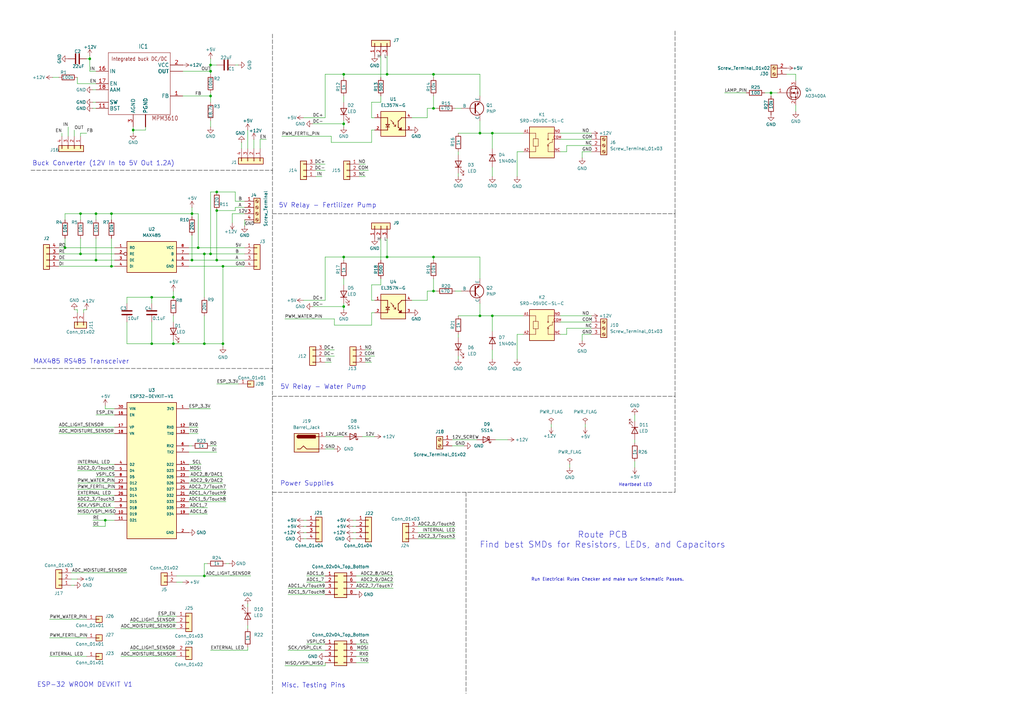
<source format=kicad_sch>
(kicad_sch (version 20250114) (generator "eeschema") (generator_version "9.0")
  (paper "A3")
  (title_block (title "Plant Partner PCB") (date "2025-11-04") (company "Team: Fernando Amado-Pupo, Aspen Boler, Nicholas Cimino, Carter Kreis, Sabrina Luu") (comment 1 "PCB Lead Design: Carter Kreis"))
  (text "Buck Converter (12V In to 5V Out 1.2A)" (at 42.418 67.056 0) (effects (font (size 1.905 1.905))))
  (text "ESP-32 WROOM DEVKIT V1\n\n" (at 34.798 282.448 0) (effects (font (size 1.905 1.905))))
  (text "Misc. Testing Pins\n" (at 128.524 281.178 0) (effects (font (size 1.905 1.905))))
  (text "5V Relay - Fertilizer Pump\n\n\n" (at 134.366 87.376 0) (effects (font (size 1.905 1.905))))
  (text "Power Supplies\n" (at 125.984 198.374 0) (effects (font (size 1.905 1.905))))
  (text "5V Relay - Water Pump\n\n\n" (at 132.588 161.798 0) (effects (font (size 1.905 1.905))))
  (text "Run Electrical Rules Checker and make sure Schematic Passes.\n" (at 249.174 237.744 0) (effects (font (size 1.27 1.27))))
  (text "MAX485 RS485 Transceiver\n" (at 33.274 148.336 0) (effects (font (size 1.905 1.905))))
  (text "Route PCB\nFind best SMDs for Resistors, LEDs, and Capacitors" (at 247.142 221.488 0) (effects (font (size 2.54 2.54))))
  (text "Heartbeat LED" (at 260.604 198.882 0) (effects (font (size 1.27 1.27))))
  (junction (at 54.61 53.34))
  (junction (at 62.23 121.92))
  (junction (at 81.28 101.6))
  (junction (at 86.36 29.21))
  (junction (at 71.12 140.97))
  (junction (at 158.75 30.48))
  (junction (at 33.02 104.14))
  (junction (at 71.12 121.92))
  (junction (at 86.36 39.37))
  (junction (at 78.74 106.68))
  (junction (at 39.37 106.68))
  (junction (at 26.67 101.6))
  (junction (at 36.83 24.13))
  (junction (at 43.18 213.36))
  (junction (at 45.72 87.63))
  (junction (at 88.9 78.74))
  (junction (at 196.85 129.54))
  (junction (at 177.8 119.38))
  (junction (at 45.72 109.22))
  (junction (at 140.97 125.73))
  (junction (at 88.9 86.36))
  (junction (at 91.44 109.22))
  (junction (at 140.97 105.41))
  (junction (at 62.23 140.97))
  (junction (at 201.93 129.54))
  (junction (at 177.8 105.41))
  (junction (at 78.74 87.63))
  (junction (at 316.23 38.1))
  (junction (at 83.82 140.97))
  (junction (at 86.36 104.14))
  (junction (at 83.82 104.14))
  (junction (at 177.8 44.45))
  (junction (at 177.8 30.48))
  (junction (at 83.82 236.22))
  (junction (at 86.36 26.67))
  (junction (at 196.85 54.61))
  (junction (at 158.75 105.41))
  (junction (at 140.97 50.8))
  (junction (at 91.44 140.97))
  (junction (at 39.37 87.63))
  (junction (at 140.97 30.48))
  (junction (at 201.93 54.61))
  (junction (at 88.9 106.68))
  (junction (at 33.02 87.63))
  (wire (pts (xy 31.75 205.74) (xy 46.99 205.74)))
  (wire (pts (xy 71.12 139.7) (xy 71.12 140.97)))
  (wire (pts (xy 133.35 105.41) (xy 140.97 105.41)))
  (wire (pts (xy 226.06 175.26) (xy 226.06 173.99)))
  (wire (pts (xy 77.47 195.58) (xy 91.44 195.58)))
  (wire (pts (xy 124.46 215.9) (xy 125.73 215.9)))
  (wire (pts (xy 27.94 52.07) (xy 27.94 55.88)))
  (wire (pts (xy 177.8 39.37) (xy 177.8 44.45)))
  (wire (pts (xy 316.23 38.1) (xy 316.23 39.37)))
  (wire (pts (xy 125.73 264.16) (xy 133.35 264.16)))
  (wire (pts (xy 152.4 116.84) (xy 152.4 123.19)))
  (wire (pts (xy 177.8 31.75) (xy 177.8 30.48)))
  (wire (pts (xy 86.36 49.53) (xy 86.36 52.07)))
  (wire (pts (xy 133.35 241.3) (xy 118.11 241.3)))
  (wire (pts (xy 212.09 137.16) (xy 212.09 147.32)))
  (wire (pts (xy 156.21 39.37) (xy 156.21 41.91)))
  (wire (pts (xy 81.28 101.6) (xy 100.33 101.6)))
  (wire (pts (xy 232.41 137.16) (xy 229.87 137.16)))
  (wire (pts (xy 156.21 41.91) (xy 152.4 41.91)))
  (wire (pts (xy 62.23 140.97) (xy 71.12 140.97)))
  (wire (pts (xy 91.44 109.22) (xy 91.44 140.97)))
  (wire (pts (xy 238.76 62.23) (xy 238.76 64.77)))
  (wire (pts (xy 115.57 55.88) (xy 135.89 55.88)))
  (wire (pts (xy 186.69 218.44) (xy 171.45 218.44)))
  (wire (pts (xy 33.02 87.63) (xy 39.37 87.63)))
  (wire (pts (xy 45.72 87.63) (xy 78.74 87.63)))
  (wire (pts (xy 91.44 140.97) (xy 83.82 140.97)))
  (wire (pts (xy 21.59 31.75) (xy 24.13 31.75)))
  (wire (pts (xy 129.54 72.39) (xy 132.08 72.39)))
  (wire (pts (xy 137.16 130.81) (xy 137.16 133.35)))
  (wire (pts (xy 24.13 104.14) (xy 33.02 104.14)))
  (wire (pts (xy 33.02 97.79) (xy 33.02 104.14)))
  (wire (pts (xy 77.47 210.82) (xy 85.09 210.82)))
  (wire (pts (xy 26.67 90.17) (xy 26.67 87.63)))
  (wire (pts (xy 24.13 109.22) (xy 45.72 109.22)))
  (wire (pts (xy 137.16 133.35) (xy 152.4 133.35)))
  (wire (pts (xy 133.35 30.48) (xy 140.97 30.48)))
  (wire (pts (xy 78.74 96.52) (xy 78.74 106.68)))
  (wire (pts (xy 77.47 203.2) (xy 92.71 203.2)))
  (wire (pts (xy 118.11 266.7) (xy 133.35 266.7)))
  (wire (pts (xy 77.47 182.88) (xy 78.74 182.88)))
  (wire (pts (xy 83.82 236.22) (xy 102.87 236.22)))
  (wire (pts (xy 156.21 114.3) (xy 156.21 116.84)))
  (wire (pts (xy 186.69 220.98) (xy 171.45 220.98)))
  (wire (pts (xy 91.44 140.97) (xy 91.44 142.24)))
  (wire (pts (xy 196.85 129.54) (xy 201.93 129.54)))
  (wire (pts (xy 229.87 54.61) (xy 242.57 54.61)))
  (wire (pts (xy 232.41 134.62) (xy 232.41 137.16)))
  (wire (pts (xy 201.93 129.54) (xy 201.93 135.89)))
  (wire (pts (xy 144.78 213.36) (xy 146.05 213.36)))
  (wire (pts (xy 77.47 208.28) (xy 85.09 208.28)))
  (wire (pts (xy 133.35 48.26) (xy 133.35 30.48)))
  (wire (pts (xy 36.83 22.86) (xy 36.83 24.13)))
  (wire (pts (xy 64.77 252.73) (xy 72.39 252.73)))
  (polyline (pts (xy 276.86 12.7) (xy 276.86 87.63)) (stroke (width 0) (type dash) (color 0 0 0 1)))
  (wire (pts (xy 201.93 68.58) (xy 201.93 72.39)))
  (wire (pts (xy 49.53 269.24) (xy 72.39 269.24)))
  (wire (pts (xy 260.35 170.18) (xy 260.35 172.72)))
  (wire (pts (xy 26.67 101.6) (xy 46.99 101.6)))
  (wire (pts (xy 30.48 127) (xy 31.75 127)))
  (wire (pts (xy 31.75 200.66) (xy 46.99 200.66)))
  (wire (pts (xy 77.47 177.8) (xy 81.28 177.8)))
  (wire (pts (xy 201.93 54.61) (xy 214.63 54.61)))
  (wire (pts (xy 39.37 195.58) (xy 46.99 195.58)))
  (wire (pts (xy 140.97 39.37) (xy 140.97 41.91)))
  (wire (pts (xy 203.2 180.34) (xy 208.28 180.34)))
  (polyline (pts (xy 12.7 151.13) (xy 111.76 151.13)) (stroke (width 0) (type dash) (color 0 0 0 1)))
  (wire (pts (xy 77.47 167.64) (xy 86.36 167.64)))
  (wire (pts (xy 35.56 24.13) (xy 36.83 24.13)))
  (wire (pts (xy 212.09 137.16) (xy 214.63 137.16)))
  (wire (pts (xy 158.75 97.79) (xy 158.75 105.41)))
  (wire (pts (xy 86.36 78.74) (xy 86.36 104.14)))
  (wire (pts (xy 31.75 210.82) (xy 46.99 210.82)))
  (wire (pts (xy 297.18 38.1) (xy 306.07 38.1)))
  (wire (pts (xy 30.48 240.03) (xy 29.21 240.03)))
  (wire (pts (xy 177.8 105.41) (xy 196.85 105.41)))
  (wire (pts (xy 88.9 157.48) (xy 97.79 157.48)))
  (wire (pts (xy 39.37 97.79) (xy 39.37 106.68)))
  (wire (pts (xy 158.75 22.86) (xy 158.75 30.48)))
  (wire (pts (xy 124.46 213.36) (xy 125.73 213.36)))
  (wire (pts (xy 201.93 54.61) (xy 201.93 60.96)))
  (wire (pts (xy 146.05 220.98) (xy 144.78 220.98)))
  (wire (pts (xy 196.85 124.46) (xy 196.85 129.54)))
  (wire (pts (xy 229.87 57.15) (xy 242.57 57.15)))
  (wire (pts (xy 86.36 29.21) (xy 86.36 30.48)))
  (wire (pts (xy 96.52 85.09) (xy 96.52 86.36)))
  (wire (pts (xy 77.47 205.74) (xy 92.71 205.74)))
  (wire (pts (xy 59.69 52.07) (xy 59.69 53.34)))
  (wire (pts (xy 133.35 179.07) (xy 140.97 179.07)))
  (wire (pts (xy 152.4 58.42) (xy 152.4 53.34)))
  (wire (pts (xy 36.83 29.21) (xy 39.37 29.21)))
  (wire (pts (xy 53.34 255.27) (xy 72.39 255.27)))
  (polyline (pts (xy 276.86 87.63) (xy 276.86 162.56)) (stroke (width 0) (type dash) (color 0 0 0 1)))
  (wire (pts (xy 140.97 124.46) (xy 140.97 125.73)))
  (polyline (pts (xy 111.76 162.56) (xy 276.86 162.56)) (stroke (width 0) (type dash) (color 0 0 0 1)))
  (wire (pts (xy 24.13 177.8) (xy 46.99 177.8)))
  (wire (pts (xy 152.4 133.35) (xy 152.4 128.27)))
  (wire (pts (xy 187.96 71.12) (xy 187.96 72.39)))
  (wire (pts (xy 31.75 127) (xy 31.75 128.27)))
  (wire (pts (xy 196.85 49.53) (xy 196.85 54.61)))
  (wire (pts (xy 91.44 109.22) (xy 100.33 109.22)))
  (wire (pts (xy 34.29 127) (xy 34.29 128.27)))
  (wire (pts (xy 133.35 273.05) (xy 133.35 271.78)))
  (polyline (pts (xy 12.7 69.85) (xy 111.76 69.85)) (stroke (width 0) (type dash) (color 0 0 0 1)))
  (wire (pts (xy 86.36 104.14) (xy 100.33 104.14)))
  (wire (pts (xy 77.47 106.68) (xy 78.74 106.68)))
  (wire (pts (xy 24.13 175.26) (xy 46.99 175.26)))
  (wire (pts (xy 185.42 182.88) (xy 190.5 182.88)))
  (wire (pts (xy 52.07 140.97) (xy 62.23 140.97)))
  (wire (pts (xy 201.93 129.54) (xy 214.63 129.54)))
  (wire (pts (xy 175.26 119.38) (xy 175.26 123.19)))
  (wire (pts (xy 232.41 59.69) (xy 232.41 62.23)))
  (wire (pts (xy 177.8 114.3) (xy 177.8 119.38)))
  (wire (pts (xy 133.35 236.22) (xy 125.73 236.22)))
  (wire (pts (xy 88.9 182.88) (xy 86.36 182.88)))
  (wire (pts (xy 147.32 69.85) (xy 151.13 69.85)))
  (wire (pts (xy 45.72 97.79) (xy 45.72 109.22)))
  (wire (pts (xy 147.32 67.31) (xy 149.86 67.31)))
  (wire (pts (xy 175.26 44.45) (xy 177.8 44.45)))
  (wire (pts (xy 31.75 190.5) (xy 46.99 190.5)))
  (wire (pts (xy 196.85 105.41) (xy 196.85 114.3)))
  (wire (pts (xy 54.61 52.07) (xy 54.61 53.34)))
  (wire (pts (xy 26.67 97.79) (xy 26.67 101.6)))
  (wire (pts (xy 86.36 266.7) (xy 101.6 266.7)))
  (wire (pts (xy 83.82 104.14) (xy 86.36 104.14)))
  (wire (pts (xy 31.75 203.2) (xy 46.99 203.2)))
  (wire (pts (xy 109.22 57.15) (xy 106.68 57.15)))
  (wire (pts (xy 43.18 166.37) (xy 43.18 167.64)))
  (wire (pts (xy 62.23 140.97) (xy 62.23 132.08)))
  (wire (pts (xy 39.37 170.18) (xy 46.99 170.18)))
  (wire (pts (xy 35.56 54.61) (xy 33.02 54.61)))
  (wire (pts (xy 135.89 55.88) (xy 135.89 58.42)))
  (wire (pts (xy 146.05 236.22) (xy 161.29 236.22)))
  (wire (pts (xy 101.6 256.54) (xy 101.6 257.81)))
  (wire (pts (xy 140.97 30.48) (xy 158.75 30.48)))
  (wire (pts (xy 77.47 175.26) (xy 81.28 175.26)))
  (wire (pts (xy 186.69 215.9) (xy 171.45 215.9)))
  (wire (pts (xy 168.91 48.26) (xy 175.26 48.26)))
  (wire (pts (xy 36.83 24.13) (xy 36.83 29.21)))
  (wire (pts (xy 53.34 266.7) (xy 72.39 266.7)))
  (wire (pts (xy 30.48 53.34) (xy 30.48 55.88)))
  (wire (pts (xy 52.07 124.46) (xy 52.07 121.92)))
  (wire (pts (xy 74.93 29.21) (xy 86.36 29.21)))
  (wire (pts (xy 71.12 119.38) (xy 71.12 121.92)))
  (wire (pts (xy 39.37 87.63) (xy 39.37 90.17)))
  (wire (pts (xy 124.46 48.26) (xy 133.35 48.26)))
  (wire (pts (xy 177.8 106.68) (xy 177.8 105.41)))
  (wire (pts (xy 326.39 30.48) (xy 322.58 30.48)))
  (wire (pts (xy 135.89 58.42) (xy 152.4 58.42)))
  (wire (pts (xy 116.84 273.05) (xy 133.35 273.05)))
  (wire (pts (xy 101.6 247.65) (xy 101.6 248.92)))
  (polyline (pts (xy 111.76 151.13) (xy 111.76 284.48)) (stroke (width 0) (type dash) (color 0 0 0 1)))
  (wire (pts (xy 77.47 200.66) (xy 92.71 200.66)))
  (wire (pts (xy 31.75 31.75) (xy 31.75 34.29)))
  (wire (pts (xy 146.05 264.16) (xy 151.13 264.16)))
  (wire (pts (xy 316.23 38.1) (xy 318.77 38.1)))
  (wire (pts (xy 74.93 39.37) (xy 86.36 39.37)))
  (wire (pts (xy 78.74 85.09) (xy 78.74 87.63)))
  (wire (pts (xy 43.18 215.9) (xy 43.18 213.36)))
  (wire (pts (xy 140.97 105.41) (xy 158.75 105.41)))
  (wire (pts (xy 129.54 67.31) (xy 133.35 67.31)))
  (wire (pts (xy 152.4 123.19) (xy 153.67 123.19)))
  (wire (pts (xy 49.53 257.81) (xy 72.39 257.81)))
  (wire (pts (xy 38.1 215.9) (xy 43.18 215.9)))
  (wire (pts (xy 201.93 143.51) (xy 201.93 147.32)))
  (wire (pts (xy 152.4 128.27) (xy 153.67 128.27)))
  (wire (pts (xy 77.47 101.6) (xy 81.28 101.6)))
  (wire (pts (xy 38.1 213.36) (xy 43.18 213.36)))
  (wire (pts (xy 86.36 26.67) (xy 86.36 29.21)))
  (wire (pts (xy 152.4 53.34) (xy 153.67 53.34)))
  (wire (pts (xy 152.4 48.26) (xy 153.67 48.26)))
  (wire (pts (xy 26.67 87.63) (xy 33.02 87.63)))
  (wire (pts (xy 240.03 173.99) (xy 240.03 175.26)))
  (wire (pts (xy 24.13 101.6) (xy 26.67 101.6)))
  (wire (pts (xy 233.68 190.5) (xy 233.68 191.77)))
  (wire (pts (xy 187.96 54.61) (xy 196.85 54.61)))
  (wire (pts (xy 229.87 132.08) (xy 242.57 132.08)))
  (wire (pts (xy 232.41 59.69) (xy 242.57 59.69)))
  (wire (pts (xy 146.05 238.76) (xy 161.29 238.76)))
  (wire (pts (xy 147.32 72.39) (xy 149.86 72.39)))
  (wire (pts (xy 33.02 54.61) (xy 33.02 55.88)))
  (wire (pts (xy 72.39 238.76) (xy 74.93 238.76)))
  (wire (pts (xy 133.35 148.59) (xy 135.89 148.59)))
  (wire (pts (xy 104.14 57.15) (xy 104.14 60.96)))
  (wire (pts (xy 38.1 44.45) (xy 39.37 44.45)))
  (wire (pts (xy 177.8 30.48) (xy 196.85 30.48)))
  (wire (pts (xy 100.33 92.71) (xy 100.33 90.17)))
  (wire (pts (xy 187.96 146.05) (xy 187.96 147.32)))
  (wire (pts (xy 71.12 140.97) (xy 83.82 140.97)))
  (wire (pts (xy 156.21 116.84) (xy 152.4 116.84)))
  (wire (pts (xy 77.47 198.12) (xy 91.44 198.12)))
  (wire (pts (xy 156.21 97.79) (xy 156.21 106.68)))
  (wire (pts (xy 140.97 125.73) (xy 140.97 127)))
  (wire (pts (xy 88.9 86.36) (xy 88.9 106.68)))
  (wire (pts (xy 140.97 114.3) (xy 140.97 116.84)))
  (wire (pts (xy 146.05 218.44) (xy 144.78 218.44)))
  (wire (pts (xy 72.39 236.22) (xy 83.82 236.22)))
  (wire (pts (xy 128.27 125.73) (xy 140.97 125.73)))
  (wire (pts (xy 83.82 231.14) (xy 83.82 236.22)))
  (wire (pts (xy 86.36 26.67) (xy 88.9 26.67)))
  (wire (pts (xy 43.18 167.64) (xy 46.99 167.64)))
  (wire (pts (xy 146.05 241.3) (xy 161.29 241.3)))
  (wire (pts (xy 133.35 123.19) (xy 133.35 105.41)))
  (polyline (pts (xy 276.86 201.93) (xy 276.86 162.56)) (stroke (width 0) (type dash) (color 0 0 0 1)))
  (wire (pts (xy 77.47 190.5) (xy 82.55 190.5)))
  (polyline (pts (xy 111.76 201.93) (xy 276.86 201.93)) (stroke (width 0) (type dash) (color 0 0 0 1)))
  (polyline (pts (xy 111.76 69.85) (xy 111.76 151.13)) (stroke (width 0) (type dash) (color 0 0 0 1)))
  (wire (pts (xy 52.07 121.92) (xy 62.23 121.92)))
  (wire (pts (xy 260.35 180.34) (xy 260.35 181.61)))
  (wire (pts (xy 212.09 62.23) (xy 214.63 62.23)))
  (wire (pts (xy 186.69 44.45) (xy 189.23 44.45)))
  (wire (pts (xy 96.52 78.74) (xy 96.52 82.55)))
  (wire (pts (xy 229.87 129.54) (xy 242.57 129.54)))
  (wire (pts (xy 24.13 106.68) (xy 39.37 106.68)))
  (wire (pts (xy 140.97 106.68) (xy 140.97 105.41)))
  (wire (pts (xy 86.36 24.13) (xy 86.36 26.67)))
  (wire (pts (xy 62.23 121.92) (xy 71.12 121.92)))
  (wire (pts (xy 100.33 87.63) (xy 95.25 87.63)))
  (wire (pts (xy 88.9 78.74) (xy 96.52 78.74)))
  (wire (pts (xy 156.21 22.86) (xy 156.21 31.75)))
  (wire (pts (xy 326.39 43.18) (xy 326.39 45.72)))
  (wire (pts (xy 187.96 62.23) (xy 187.96 63.5)))
  (wire (pts (xy 31.75 193.04) (xy 46.99 193.04)))
  (wire (pts (xy 83.82 104.14) (xy 83.82 121.92)))
  (wire (pts (xy 88.9 78.74) (xy 86.36 78.74)))
  (wire (pts (xy 78.74 87.63) (xy 78.74 88.9)))
  (wire (pts (xy 33.02 87.63) (xy 33.02 90.17)))
  (wire (pts (xy 175.26 44.45) (xy 175.26 48.26)))
  (wire (pts (xy 146.05 269.24) (xy 151.13 269.24)))
  (wire (pts (xy 100.33 85.09) (xy 96.52 85.09)))
  (wire (pts (xy 96.52 26.67) (xy 97.79 26.67)))
  (wire (pts (xy 133.35 146.05) (xy 137.16 146.05)))
  (wire (pts (xy 152.4 41.91) (xy 152.4 48.26)))
  (wire (pts (xy 177.8 105.41) (xy 158.75 105.41)))
  (wire (pts (xy 232.41 134.62) (xy 242.57 134.62)))
  (wire (pts (xy 45.72 87.63) (xy 45.72 90.17)))
  (polyline (pts (xy 191.135 201.93) (xy 191.135 284.48)) (stroke (width 0) (type dash) (color 0 0 0 1)))
  (wire (pts (xy 149.86 146.05) (xy 153.67 146.05)))
  (wire (pts (xy 95.25 87.63) (xy 95.25 91.44)))
  (wire (pts (xy 242.57 62.23) (xy 238.76 62.23)))
  (wire (pts (xy 78.74 87.63) (xy 81.28 87.63)))
  (wire (pts (xy 124.46 123.19) (xy 133.35 123.19)))
  (wire (pts (xy 20.32 254) (xy 35.56 254)))
  (wire (pts (xy 93.98 231.14) (xy 92.71 231.14)))
  (wire (pts (xy 242.57 137.16) (xy 238.76 137.16)))
  (wire (pts (xy 33.02 104.14) (xy 46.99 104.14)))
  (wire (pts (xy 185.42 180.34) (xy 195.58 180.34)))
  (wire (pts (xy 140.97 50.8) (xy 140.97 52.07)))
  (wire (pts (xy 81.28 87.63) (xy 81.28 101.6)))
  (wire (pts (xy 128.27 50.8) (xy 140.97 50.8)))
  (wire (pts (xy 177.8 30.48) (xy 158.75 30.48)))
  (wire (pts (xy 96.52 82.55) (xy 100.33 82.55)))
  (wire (pts (xy 177.8 44.45) (xy 179.07 44.45)))
  (wire (pts (xy 83.82 129.54) (xy 83.82 140.97)))
  (wire (pts (xy 149.86 143.51) (xy 152.4 143.51)))
  (wire (pts (xy 133.35 238.76) (xy 125.73 238.76)))
  (wire (pts (xy 133.35 243.84) (xy 118.11 243.84)))
  (wire (pts (xy 31.75 198.12) (xy 46.99 198.12)))
  (wire (pts (xy 101.6 53.34) (xy 101.6 60.96)))
  (wire (pts (xy 62.23 121.92) (xy 62.23 124.46)))
  (wire (pts (xy 20.32 261.62) (xy 35.56 261.62)))
  (wire (pts (xy 20.32 269.24) (xy 35.56 269.24)))
  (wire (pts (xy 175.26 119.38) (xy 177.8 119.38)))
  (wire (pts (xy 78.74 106.68) (xy 88.9 106.68)))
  (wire (pts (xy 85.09 231.14) (xy 83.82 231.14)))
  (wire (pts (xy 38.1 36.83) (xy 39.37 36.83)))
  (wire (pts (xy 77.47 104.14) (xy 83.82 104.14)))
  (polyline (pts (xy 111.76 13.97) (xy 111.76 69.85)) (stroke (width 0) (type dash) (color 0 0 0 1)))
  (wire (pts (xy 146.05 271.78) (xy 151.13 271.78)))
  (wire (pts (xy 260.35 189.23) (xy 260.35 191.77)))
  (wire (pts (xy 96.52 86.36) (xy 88.9 86.36)))
  (wire (pts (xy 101.6 266.7) (xy 101.6 265.43)))
  (wire (pts (xy 99.06 58.42) (xy 99.06 60.96)))
  (wire (pts (xy 106.68 57.15) (xy 106.68 60.96)))
  (wire (pts (xy 54.61 53.34) (xy 54.61 54.61)))
  (wire (pts (xy 39.37 87.63) (xy 45.72 87.63)))
  (wire (pts (xy 133.35 184.15) (xy 137.16 184.15)))
  (wire (pts (xy 196.85 30.48) (xy 196.85 39.37)))
  (wire (pts (xy 186.69 119.38) (xy 189.23 119.38)))
  (wire (pts (xy 140.97 49.53) (xy 140.97 50.8)))
  (wire (pts (xy 146.05 266.7) (xy 151.13 266.7)))
  (wire (pts (xy 77.47 193.04) (xy 82.55 193.04)))
  (wire (pts (xy 125.73 220.98) (xy 124.46 220.98)))
  (wire (pts (xy 59.69 53.34) (xy 54.61 53.34)))
  (wire (pts (xy 238.76 137.16) (xy 238.76 139.7)))
  (wire (pts (xy 35.56 127) (xy 34.29 127)))
  (wire (pts (xy 29.21 237.49) (xy 31.75 237.49)))
  (wire (pts (xy 125.73 218.44) (xy 124.46 218.44)))
  (wire (pts (xy 71.12 129.54) (xy 71.12 132.08)))
  (wire (pts (xy 31.75 208.28) (xy 46.99 208.28)))
  (wire (pts (xy 77.47 109.22) (xy 91.44 109.22)))
  (wire (pts (xy 45.72 109.22) (xy 46.99 109.22)))
  (wire (pts (xy 168.91 123.19) (xy 175.26 123.19)))
  (wire (pts (xy 196.85 54.61) (xy 201.93 54.61)))
  (wire (pts (xy 133.35 143.51) (xy 137.16 143.51)))
  (wire (pts (xy 144.78 215.9) (xy 146.05 215.9)))
  (wire (pts (xy 177.8 119.38) (xy 179.07 119.38)))
  (wire (pts (xy 129.54 69.85) (xy 133.35 69.85)))
  (wire (pts (xy 313.69 38.1) (xy 316.23 38.1)))
  (wire (pts (xy 187.96 129.54) (xy 196.85 129.54)))
  (wire (pts (xy 212.09 62.23) (xy 212.09 72.39)))
  (wire (pts (xy 38.1 41.91) (xy 39.37 41.91)))
  (polyline (pts (xy 111.76 87.63) (xy 276.86 87.63)) (stroke (width 0) (type dash) (color 0 0 0 1)))
  (wire (pts (xy 140.97 31.75) (xy 140.97 30.48)))
  (wire (pts (xy 25.4 54.61) (xy 25.4 55.88)))
  (wire (pts (xy 116.84 130.81) (xy 137.16 130.81)))
  (wire (pts (xy 86.36 39.37) (xy 86.36 41.91)))
  (wire (pts (xy 86.36 38.1) (xy 86.36 39.37)))
  (wire (pts (xy 187.96 137.16) (xy 187.96 138.43)))
  (wire (pts (xy 77.47 185.42) (xy 88.9 185.42)))
  (wire (pts (xy 148.59 179.07) (xy 153.67 179.07)))
  (wire (pts (xy 232.41 62.23) (xy 229.87 62.23)))
  (wire (pts (xy 39.37 106.68) (xy 46.99 106.68)))
  (wire (pts (xy 326.39 33.02) (xy 326.39 30.48)))
  (wire (pts (xy 46.99 213.36) (xy 43.18 213.36)))
  (wire (pts (xy 31.75 34.29) (xy 39.37 34.29)))
  (wire (pts (xy 149.86 148.59) (xy 152.4 148.59)))
  (wire (pts (xy 52.07 132.08) (xy 52.07 140.97)))
  (wire (pts (xy 88.9 106.68) (xy 100.33 106.68)))
  (wire (pts (xy 52.07 234.95) (xy 29.21 234.95)))
  (label "ADC1_4{slash}Touch9" (at 92.71 203.2 180))
  (label "MOSI" (at 82.55 193.04 180))
  (label "COM" (at 153.67 146.05 180))
  (label "RO" (at 24.13 101.6 0))
  (label "A" (at 97.79 85.09 0))
  (label "OUT" (at 82.55 29.21 0))
  (label "ADC1_5{slash}Touch8" (at 118.11 243.84 0))
  (label "ADC_MOISTURE_SENSOR" (at 49.53 257.81 0))
  (label "ADC_LIGHT_SENSOR" (at 24.13 175.26 0))
  (label "INTERNAL LED" (at 31.75 190.5 0))
  (label "DE" (at 24.13 106.68 0))
  (label "RE" (at 24.13 104.14 0))
  (label "GND" (at 100.33 92.71 0))
  (label "MISO{slash}VSPI_MISO" (at 31.75 210.82 0))
  (label "ADC2_9{slash}DAC2" (at 91.44 198.12 180))
  (label "NC" (at 149.86 72.39 180))
  (label "SCL" (at 151.13 264.16 180))
  (label "PWM_FERTIL_PIN" (at 31.75 200.66 0))
  (label "ESP_EN" (at 64.77 252.73 0))
  (label "IN" (at 27.94 52.07 180))
  (label "NC" (at 240.03 59.69 0))
  (label "ADC2_7{slash}Touch7" (at 92.71 200.66 180))
  (label "EXTERNAL LED" (at 31.75 203.2 0))
  (label "COM" (at 151.13 69.85 180))
  (label "ADC_MOISTURE_SENSOR" (at 24.13 177.8 0))
  (label "12V" (at 149.86 179.07 0))
  (label "SCK{slash}VSPI_CLK" (at 118.11 266.7 0))
  (label "NO" (at 238.76 129.54 0))
  (label "H" (at 156.21 24.13 180))
  (label "12V_SCREW" (at 185.42 180.34 0))
  (label "DC-" (at 137.16 146.05 180))
  (label "GND" (at 133.35 184.15 0))
  (label "VSPI_CS" (at 125.73 264.16 0))
  (label "DC-" (at 128.27 125.73 0))
  (label "SCK{slash}VSPI_CLK" (at 31.75 208.28 0))
  (label "ADC2_3{slash}Touch3" (at 186.69 220.98 180))
  (label "TX0" (at 81.28 177.8 180))
  (label "DC-" (at 128.27 50.8 0))
  (label "ADC2_3{slash}Touch3" (at 31.75 205.74 0))
  (label "ADC_MOISTURE_SENSOR" (at 52.07 234.95 180))
  (label "ADC1_4{slash}Touch9" (at 118.11 241.3 0))
  (label "L" (at 158.75 24.13 180))
  (label "ADC1_7" (at 85.09 208.28 180))
  (label "VSPI_CS" (at 39.37 195.58 0))
  (label "MOSI" (at 151.13 266.7 180))
  (label "DC+" (at 133.35 67.31 180))
  (label "DC+" (at 128.27 123.19 0))
  (label "NO" (at 238.76 54.61 0))
  (label "ADC2_7{slash}Touch7" (at 161.29 241.3 180))
  (label "B" (at 96.52 104.14 0))
  (label "ADC2_8{slash}DAC1" (at 161.29 236.22 180))
  (label "A" (at 96.52 106.68 0))
  (label "12V_JACK" (at 133.35 179.07 0))
  (label "RX0" (at 151.13 269.24 180))
  (label "PWM_WATER_PIN" (at 116.84 130.81 0))
  (label "PWM_FERTIL_PIN" (at 20.32 261.62 0))
  (label "H" (at 156.21 99.06 180))
  (label "SCL" (at 82.55 190.5 180))
  (label "NO" (at 149.86 67.31 180))
  (label "GND" (at 238.76 62.23 0))
  (label "RO" (at 88.9 182.88 180))
  (label "FB" (at 80.01 39.37 0))
  (label "PWM_WATER_PIN" (at 31.75 198.12 0))
  (label "ADC1_6" (at 85.09 210.82 180))
  (label "NC" (at 240.03 134.62 0))
  (label "ESP_EN" (at 39.37 170.18 0))
  (label "COM" (at 238.76 57.15 0))
  (label "DC+" (at 128.27 48.26 0))
  (label "FB" (at 35.56 54.61 0))
  (label "ADC_LIGHT_SENSOR" (at 53.34 266.7 0))
  (label "DC+" (at 137.16 143.51 180))
  (label "PWM_FERTIL_PIN" (at 115.57 55.88 0))
  (label "ADC_LIGHT_SENSOR" (at 53.34 255.27 0))
  (label "ADC2_8{slash}DAC1" (at 91.44 195.58 180))
  (label "EXTERNAL LED" (at 86.36 266.7 0))
  (label "DE" (at 38.1 215.9 0))
  (label "MISO{slash}VSPI_MISO" (at 116.84 273.05 0))
  (label "PWM_WATER_PIN" (at 20.32 254 0))
  (label "5V" (at 96.52 101.6 0))
  (label "EN" (at 109.22 57.15 180))
  (label "B" (at 97.79 82.55 0))
  (label "L" (at 158.75 99.06 180))
  (label "ADC1_7" (at 125.73 238.76 0))
  (label "RX0" (at 81.28 175.26 180))
  (label "DI" (at 88.9 185.42 180))
  (label "IN" (at 135.89 148.59 180))
  (label "TX0" (at 151.13 271.78 180))
  (label "COM" (at 238.76 132.08 0))
  (label "RE" (at 38.1 213.36 0))
  (label "ESP_3.3V" (at 88.9 157.48 0))
  (label "DC-" (at 133.35 69.85 180))
  (label "GND" (at 96.52 109.22 0))
  (label "INTERNAL LED" (at 186.69 218.44 180))
  (label "ADC2_9{slash}DAC2" (at 161.29 238.76 180))
  (label "IN" (at 132.08 72.39 180))
  (label "ADC1_5{slash}Touch8" (at 92.71 205.74 180))
  (label "EN" (at 36.83 34.29 0))
  (label "NC" (at 152.4 148.59 180))
  (label "IN" (at 36.83 29.21 0))
  (label "GND" (at 186.69 182.88 0))
  (label "ADC_LIGHT_SENSOR" (at 102.87 236.22 180))
  (label "12V" (at 97.79 87.63 0))
  (label "DI" (at 24.13 109.22 0))
  (label "ADC1_6" (at 125.73 236.22 0))
  (label "ADC2_0{slash}Touch0" (at 31.75 193.04 0))
  (label "EN" (at 25.4 54.61 180))
  (label "GND" (at 238.76 137.16 0))
  (label "ADC_MOISTURE_SENSOR" (at 49.53 269.24 0))
  (label "ESP_3.3V" (at 86.36 167.64 180))
  (label "EXTERNAL LED" (at 20.32 269.24 0))
  (label "OUT" (at 30.48 53.34 0))
  (label "ADC2_0{slash}Touch0" (at 186.69 215.9 180))
  (label "LAMP_PIN" (at 297.18 38.1 0))
  (label "NO" (at 152.4 143.51 180))
  (symbol (lib_id "power:GND") (at 30.48 240.03 90) (unit 1)
    (property "Reference" "#PWR046" (effects (hide yes)))
    (property "Value" "GND" (at 33.782 240.03 90) (effects (justify right)))
    (property "Description" "Power symbol creates a global label with name \"GND\" , ground" (effects (hide yes)))
  )
  (symbol (lib_id "Simulation_SPICE:PNP") (at 194.31 119.38 0) (mirror x) (unit 1)
    (property "Reference" "Q2" (at 199.39 118.1099 0) (effects (justify left)))
    (property "Value" "PNP" (at 199.39 120.6499 0) (effects (justify left)))
    (property "Footprint" "Package_TO_SOT_THT:TO-92" (effects (hide yes)))
    (property "Datasheet" "https://ngspice.sourceforge.io/docs/ngspice-html-manual/manual.xhtml#cha_BJTs" (effects (hide yes)))
    (property "Description" "Bipolar transistor symbol for simulation only, substrate tied to the emitter" (effects (hide yes)))
    (property "Sim.Device" "PNP" (effects (hide yes)))
    (property "Sim.Type" "GUMMELPOON" (effects (hide yes)))
    (property "Sim.Pins" "1=C 2=B 3=E" (effects (hide yes)))
  )
  (symbol (lib_id "power:+5V") (at 124.46 48.26 90) (unit 1)
    (property "Reference" "#PWR07" (effects (hide yes)))
    (property "Value" "+5V" (at 119.634 48.26 90))
    (property "Description" "Power symbol creates a global label with name \"+5V\"" (effects (hide yes)))
  )
  (symbol (lib_id "power:GND") (at 168.91 128.27 90) (unit 1)
    (property "Reference" "#PWR028" (effects (hide yes)))
    (property "Value" "GND" (at 168.656 130.81 90) (effects (justify right)))
    (property "Description" "Power symbol creates a global label with name \"GND\" , ground" (effects (hide yes)))
  )
  (symbol (lib_id "power:+12V") (at 36.83 22.86 0) (unit 1)
    (property "Reference" "#PWR02" (effects (hide yes)))
    (property "Value" "+12V" (at 34.29 19.304 0) (effects (justify left)))
    (property "Description" "Power symbol creates a global label with name \"+12V\"" (effects (hide yes)))
  )
  (symbol (lib_id "power:+12V") (at 242.57 54.61 270) (unit 1)
    (property "Reference" "#PWR042" (effects (hide yes)))
    (property "Value" "+12V" (at 245.618 54.61 90) (effects (justify left)))
    (property "Description" "Power symbol creates a global label with name \"+12V\"" (effects (hide yes)))
  )
  (symbol (lib_id "ESP32-DEVKIT-V1:ESP32-DEVKIT-V1") (at 62.23 193.04 0) (unit 1)
    (property "Reference" "U3" (at 62.23 160.02 0))
    (property "Value" "ESP32-DEVKIT-V1" (at 62.23 162.56 0))
    (property "Footprint" "MyCustomFootprints:MODULE_ESP32_DEVKIT_V1" (effects (hide yes)))
    (property "MF" "Do it" (effects (hide yes)))
    (property "MAXIMUM_PACKAGE_HEIGHT" "6.8 mm" (effects (hide yes)))
    (property "Package" "None" (effects (hide yes)))
    (property "Price" "None" (effects (hide yes)))
    (property "Check_prices" "https://www.snapeda.com/parts/ESP32-DEVKIT-V1/Do+it/view-part/?ref=eda" (effects (hide yes)))
    (property "STANDARD" "Manufacturer Recommendations" (effects (hide yes)))
    (property "PARTREV" "N/A" (effects (hide yes)))
    (property "SnapEDA_Link" "https://www.snapeda.com/parts/ESP32-DEVKIT-V1/Do+it/view-part/?ref=snap" (effects (hide yes)))
    (property "MP" "ESP32-DEVKIT-V1" (effects (hide yes)))
    (property "Description_1" "Dual core, Wi-Fi: 2.4 GHz up to 150 Mbits/s,BLE (Bluetooth Low Energy) and legacy Bluetooth, 32 bits, Up to 240 MHz" (effects (hide yes)))
    (property "Availability" "Not in stock" (effects (hide yes)))
    (property "MANUFACTURER" "DOIT" (effects (hide yes)))
  )
  (symbol (lib_id "power:GND") (at 128.27 125.73 270) (unit 1)
    (property "Reference" "#PWR038" (effects (hide yes)))
    (property "Value" "GND" (at 125.222 125.73 90) (effects (justify right)))
    (property "Description" "Power symbol creates a global label with name \"GND\" , ground" (effects (hide yes)))
  )
  (symbol (lib_id "power:+5V") (at 101.6 53.34 0) (unit 1)
    (property "Reference" "#PWR033" (effects (hide yes)))
    (property "Value" "+5V" (at 101.6 49.53 0))
    (property "Description" "Power symbol creates a global label with name \"+5V\"" (effects (hide yes)))
  )
  (symbol (lib_id "Connector_Generic:Conn_01x03") (at 166.37 218.44 180) (unit 1)
    (property "Reference" "J24" (at 167.894 223.774 0) (effects (justify left)))
    (property "Value" "Conn_01x03" (at 172.212 212.852 0) (effects (justify left)))
    (property "Footprint" "Connector_PinHeader_2.54mm:PinHeader_1x03_P2.54mm_Vertical" (effects (hide yes)))
    (property "Description" "Generic connector, single row, 01x03, script generated (kicad-library-utils/schlib/autogen/connector/)" (effects (hide yes)))
  )
  (symbol (lib_id "Device:R") (at 187.96 58.42 0) (unit 1)
    (property "Reference" "R16" (at 185.674 60.198 90) (effects (justify left)))
    (property "Value" "1k" (at 187.96 59.69 90) (effects (justify left)))
    (property "Footprint" "Resistor_SMD:R_0201_0603Metric" (effects (hide yes)))
    (property "Description" "Resistor" (effects (hide yes)))
  )
  (symbol (lib_id "power:+12V") (at 104.14 57.15 0) (unit 1)
    (property "Reference" "#PWR01" (effects (hide yes)))
    (property "Value" "+12V" (at 102.108 53.594 0) (effects (justify left)))
    (property "Description" "Power symbol creates a global label with name \"+12V\"" (effects (hide yes)))
  )
  (symbol (lib_id "Device:R") (at 309.88 38.1 90) (unit 1)
    (property "Reference" "R25" (at 309.88 35.814 90))
    (property "Value" "100" (at 309.88 38.1 90))
    (property "Description" "Resistor" (effects (hide yes)))
  )
  (symbol (lib_id "Connector:Barrel_Jack") (at 125.73 181.61 0) (unit 1)
    (property "Reference" "J19" (at 125.73 172.72 0))
    (property "Value" "Barrel_Jack" (at 125.73 175.26 0))
    (property "Footprint" "Connector_BarrelJack:BarrelJack_GCT_DCJ200-10-A_Horizontal" (effects (hide yes)))
    (property "Description" "DC Barrel Jack" (effects (hide yes)))
  )
  (symbol (lib_id "MAX485:MAX485") (at 62.23 106.68 0) (unit 1)
    (property "Reference" "U2" (at 62.23 93.98 0))
    (property "Value" "MAX485" (at 62.23 96.52 0))
    (property "Footprint" "MyCustomFootprints:SO08" (effects (hide yes)))
    (property "MF" "Analog Devices" (effects (hide yes)))
    (property "Description_1" "1/1 Transceiver Half RS422, RS485 8-uMAX-EP|8-uSOP-EP" (effects (hide yes)))
    (property "Package" "None" (effects (hide yes)))
    (property "Price" "None" (effects (hide yes)))
    (property "SnapEDA_Link" "https://www.snapeda.com/parts/MAX485/Analog+Devices/view-part/?ref=snap" (effects (hide yes)))
    (property "MP" "MAX485" (effects (hide yes)))
    (property "Availability" "In Stock" (effects (hide yes)))
    (property "Check_prices" "https://www.snapeda.com/parts/MAX485/Analog+Devices/view-part/?ref=eda" (effects (hide yes)))
  )
  (symbol (lib_id "Device:D_Schottky") (at 199.39 180.34 180) (unit 1)
    (property "Reference" "D9" (at 199.7075 173.99 0))
    (property "Value" "SS14" (at 199.7075 176.53 0))
    (property "Footprint" "Diode_SMD:D_SMA" (effects (hide yes)))
    (property "Description" "Schottky diode" (effects (hide yes)))
  )
  (symbol (lib_id "Connector_Generic:Conn_01x01") (at 40.64 254 0) (unit 1)
    (property "Reference" "J26" (at 43.18 252.7299 0) (effects (justify left)))
    (property "Value" "Conn_01x01" (at 30.988 256.54 0) (effects (justify left)))
    (property "Footprint" "Connector_PinHeader_2.54mm:PinHeader_1x01_P2.54mm_Vertical" (effects (hide yes)))
    (property "Description" "Generic connector, single row, 01x01, script generated (kicad-library-utils/schlib/autogen/connector/)" (effects (hide yes)))
  )
  (symbol (lib_id "power:GND") (at 30.48 127 180) (unit 1)
    (property "Reference" "#PWR065" (effects (hide yes)))
    (property "Value" "GND" (at 30.48 123.19 0))
    (property "Description" "Power symbol creates a global label with name \"GND\" , ground" (effects (hide yes)))
  )
  (symbol (lib_id "power:PWR_FLAG") (at 226.06 173.99 0) (unit 1)
    (property "Reference" "#FLG01" (effects (hide yes)))
    (property "Value" "PWR_FLAG" (at 226.06 168.91 0))
    (property "Description" "Special symbol for telling ERC where power comes from" (effects (hide yes)))
  )
  (symbol (lib_id "power:GND") (at 187.96 72.39 0) (unit 1)
    (property "Reference" "#PWR024" (effects (hide yes)))
    (property "Value" "GND" (at 187.96 76.2 0))
    (property "Description" "Power symbol creates a global label with name \"GND\" , ground" (effects (hide yes)))
  )
  (symbol (lib_id "power:GND") (at 124.46 220.98 270) (unit 1)
    (property "Reference" "#PWR063" (effects (hide yes)))
    (property "Value" "GND" (at 121.158 220.98 90) (effects (justify right)))
    (property "Description" "Power symbol creates a global label with name \"GND\" , ground" (effects (hide yes)))
  )
  (symbol (lib_id "Device:R") (at 86.36 45.72 0) (unit 1)
    (property "Reference" "R3" (at 87.63 43.688 0) (effects (justify left)))
    (property "Value" "18.7k" (at 86.36 48.514 90) (effects (justify left)))
    (property "Footprint" "Resistor_SMD:R_0201_0603Metric" (effects (hide yes)))
    (property "Description" "Resistor" (effects (hide yes)))
  )
  (symbol (lib_id "Connector_Generic:Conn_01x04") (at 30.48 60.96 270) (unit 1)
    (property "Reference" "J16" (at 22.352 61.468 90))
    (property "Value" "Conn_01x04" (effects (hide yes)))
    (property "Footprint" "Connector_PinHeader_2.54mm:PinHeader_1x04_P2.54mm_Vertical" (effects (hide yes)))
    (property "Description" "Generic connector, single row, 01x04, script generated (kicad-library-utils/schlib/autogen/connector/)" (effects (hide yes)))
  )
  (symbol (lib_id "power:GND") (at 212.09 147.32 0) (unit 1)
    (property "Reference" "#PWR031" (effects (hide yes)))
    (property "Value" "GND" (at 212.09 151.384 0))
    (property "Description" "Power symbol creates a global label with name \"GND\" , ground" (effects (hide yes)))
  )
  (symbol (lib_id "power:GND") (at 238.76 64.77 0) (unit 1)
    (property "Reference" "#PWR043" (effects (hide yes)))
    (property "Value" "GND" (at 238.76 69.088 0))
    (property "Description" "Power symbol creates a global label with name \"GND\" , ground" (effects (hide yes)))
  )
  (symbol (lib_id "power:GND") (at 140.97 127 0) (unit 1)
    (property "Reference" "#PWR026" (effects (hide yes)))
    (property "Value" "GND" (at 140.97 130.81 0))
    (property "Description" "Power symbol creates a global label with name \"GND\" , ground" (effects (hide yes)))
  )
  (symbol (lib_id "Connector_Generic:Conn_01x04") (at 130.81 215.9 0) (unit 1)
    (property "Reference" "J21" (at 128.778 210.312 0) (effects (justify left)))
    (property "Value" "Conn_01x04" (at 120.904 223.774 0) (effects (justify left)))
    (property "Footprint" "Connector_PinHeader_2.54mm:PinHeader_1x04_P2.54mm_Vertical" (effects (hide yes)))
    (property "Description" "Generic connector, single row, 01x04, script generated (kicad-library-utils/schlib/autogen/connector/)" (effects (hide yes)))
  )
  (symbol (lib_id "Connector_Generic:Conn_01x02") (at 31.75 133.35 90) (mirror x) (unit 1)
    (property "Reference" "J11" (at 37.338 133.35 0))
    (property "Value" "Conn_01x02" (at 33.02 136.144 90))
    (property "Footprint" "Connector_PinHeader_2.54mm:PinHeader_1x02_P2.54mm_Vertical" (effects (hide yes)))
    (property "Description" "Generic connector, single row, 01x02, script generated (kicad-library-utils/schlib/autogen/connector/)" (effects (hide yes)))
  )
  (symbol (lib_id "power:+12V") (at 74.93 26.67 270) (unit 1)
    (property "Reference" "#PWR035" (effects (hide yes)))
    (property "Value" "+12V" (at 77.47 26.67 90) (effects (justify left)))
    (property "Description" "Power symbol creates a global label with name \"+12V\"" (effects (hide yes)))
  )
  (symbol (lib_id "power:+12V") (at 144.78 218.44 90) (unit 1)
    (property "Reference" "#PWR056" (effects (hide yes)))
    (property "Value" "+12V" (at 141.732 218.44 90) (effects (justify left)))
    (property "Description" "Power symbol creates a global label with name \"+12V\"" (effects (hide yes)))
  )
  (symbol (lib_id "Connector:Screw_Terminal_01x03") (at 247.65 134.62 0) (unit 1)
    (property "Reference" "J10" (at 250.19 133.3499 0) (effects (justify left)))
    (property "Value" "Screw_Terminal_01x03" (at 250.19 135.8899 0) (effects (justify left)))
    (property "Footprint" "TerminalBlock_Phoenix:TerminalBlock_Phoenix_MKDS-1,5-3-5.08_1x03_P5.08mm_Horizontal" (effects (hide yes)))
    (property "Description" "Generic screw terminal, single row, 01x03, script generated (kicad-library-utils/schlib/autogen/connector/)" (effects (hide yes)))
  )
  (symbol (lib_id "Device:R") (at 187.96 133.35 0) (unit 1)
    (property "Reference" "R21" (at 185.674 135.128 90) (effects (justify left)))
    (property "Value" "1k" (at 187.96 134.62 90) (effects (justify left)))
    (property "Footprint" "Resistor_SMD:R_0201_0603Metric" (effects (hide yes)))
    (property "Description" "Resistor" (effects (hide yes)))
  )
  (symbol (lib_id "Device:R") (at 101.6 261.62 0) (unit 1)
    (property "Reference" "R22" (at 104.14 260.3499 0) (effects (justify left)))
    (property "Value" "1k" (at 101.6 262.89 90) (effects (justify left)))
    (property "Footprint" "Resistor_SMD:R_0201_0603Metric" (effects (hide yes)))
    (property "Description" "Resistor" (effects (hide yes)))
  )
  (symbol (lib_id "Device:R") (at 140.97 35.56 0) (unit 1)
    (property "Reference" "R12" (at 138.684 37.592 90) (effects (justify left)))
    (property "Value" "1k" (at 140.97 37.084 90) (effects (justify left)))
    (property "Footprint" "Resistor_SMD:R_0201_0603Metric" (effects (hide yes)))
    (property "Description" "Resistor" (effects (hide yes)))
  )
  (symbol (lib_id "Connector_Generic:Conn_01x04") (at 151.13 215.9 0) (unit 1)
    (property "Reference" "J22" (at 149.606 210.566 0) (effects (justify left)))
    (property "Value" "Conn_01x04" (at 140.97 223.774 0) (effects (justify left)))
    (property "Footprint" "Connector_PinHeader_2.54mm:PinHeader_1x04_P2.54mm_Vertical" (effects (hide yes)))
    (property "Description" "Generic connector, single row, 01x04, script generated (kicad-library-utils/schlib/autogen/connector/)" (effects (hide yes)))
  )
  (symbol (lib_id "power:GND") (at 137.16 184.15 90) (unit 1)
    (property "Reference" "#PWR014" (effects (hide yes)))
    (property "Value" "GND" (at 140.97 184.1499 90) (effects (justify right)))
    (property "Description" "Power symbol creates a global label with name \"GND\" , ground" (effects (hide yes)))
  )
  (symbol (lib_id "Device:LED") (at 71.12 135.89 90) (unit 1)
    (property "Reference" "D1" (at 71.628 133.604 90) (effects (justify right)))
    (property "Value" "LED" (at 72.39 136.144 90) (effects (justify right)))
    (property "Footprint" "LED_SMD:LED_0201_0603Metric" (effects (hide yes)))
    (property "Description" "Light emitting diode" (effects (hide yes)))
    (property "Sim.Pins" "1=K 2=A" (effects (hide yes)))
  )
  (symbol (lib_id "Transistor_FET:AO3400A") (at 323.85 38.1 0) (unit 1)
    (property "Reference" "Q4" (at 330.2 36.8299 0) (effects (justify left)))
    (property "Value" "AO3400A" (at 330.2 39.3699 0) (effects (justify left)))
    (property "Footprint" "Package_TO_SOT_SMD:SOT-23" (effects (hide yes)))
    (property "Datasheet" "http://www.aosmd.com/pdfs/datasheet/AO3400A.pdf" (effects (hide yes)))
    (property "Description" "30V Vds, 5.7A Id, N-Channel MOSFET, SOT-23" (effects (hide yes)))
  )
  (symbol (lib_id "power:GND") (at 316.23 46.99 0) (unit 1)
    (property "Reference" "#PWR069" (effects (hide yes)))
    (property "Value" "GND" (at 316.23 51.054 0))
    (property "Description" "Power symbol creates a global label with name \"GND\" , ground" (effects (hide yes)))
  )
  (symbol (lib_id "power:GND") (at 93.98 231.14 90) (unit 1)
    (property "Reference" "#PWR049" (effects (hide yes)))
    (property "Value" "GND" (at 98.806 231.14 90))
    (property "Description" "Power symbol creates a global label with name \"GND\" , ground" (effects (hide yes)))
  )
  (symbol (lib_id "power:+12V") (at 35.56 127 0) (unit 1)
    (property "Reference" "#PWR064" (effects (hide yes)))
    (property "Value" "+12V" (at 33.528 123.444 0) (effects (justify left)))
    (property "Description" "Power symbol creates a global label with name \"+12V\"" (effects (hide yes)))
  )
  (symbol (lib_id "EL357N-G:EL357N-G") (at 161.29 125.73 0) (unit 1)
    (property "Reference" "U4" (at 161.29 115.57 0))
    (property "Value" "EL357N-G" (at 161.29 118.11 0))
    (property "Footprint" "MyCustomFootprints:OPTO_EL357N-G" (effects (hide yes)))
    (property "MF" "Everlight Electronics" (effects (hide yes)))
    (property "MAXIMUM_PACKAGE_HEIGHT" "2.00mm" (effects (hide yes)))
    (property "Package" "SOP-4 Everlight" (effects (hide yes)))
    (property "Price" "None" (effects (hide yes)))
    (property "Check_prices" "https://www.snapeda.com/parts/EL357N-G/Everlight/view-part/?ref=eda" (effects (hide yes)))
    (property "STANDARD" "Manufacturer Recommendations" (effects (hide yes)))
    (property "PARTREV" "6" (effects (hide yes)))
    (property "SnapEDA_Link" "https://www.snapeda.com/parts/EL357N-G/Everlight/view-part/?ref=snap" (effects (hide yes)))
    (property "MP" "EL357N-G" (effects (hide yes)))
    (property "Description_1" "Optoisolator Transistor Output 3750Vrms 1 Channel 4-SOP (2.54mm)" (effects (hide yes)))
    (property "Availability" "In Stock" (effects (hide yes)))
    (property "MANUFACTURER" "Everlight" (effects (hide yes)))
  )
  (symbol (lib_id "Connector:Screw_Terminal_01x03") (at 247.65 59.69 0) (unit 1)
    (property "Reference" "J6" (at 250.19 58.4199 0) (effects (justify left)))
    (property "Value" "Screw_Terminal_01x03" (at 250.19 60.9599 0) (effects (justify left)))
    (property "Footprint" "TerminalBlock_Phoenix:TerminalBlock_Phoenix_MKDS-1,5-3-5.08_1x03_P5.08mm_Horizontal" (effects (hide yes)))
    (property "Description" "Generic screw terminal, single row, 01x03, script generated (kicad-library-utils/schlib/autogen/connector/)" (effects (hide yes)))
  )
  (symbol (lib_id "Device:LED") (at 187.96 142.24 90) (unit 1)
    (property "Reference" "D6" (at 191.77 142.5574 90) (effects (justify right)))
    (property "Value" "LED" (at 191.77 145.0974 90) (effects (justify right)))
    (property "Footprint" "LED_SMD:LED_0201_0603Metric" (effects (hide yes)))
    (property "Description" "Light emitting diode" (effects (hide yes)))
    (property "Sim.Pins" "1=K 2=A" (effects (hide yes)))
  )
  (symbol (lib_id "power:+5V") (at 124.46 123.19 90) (unit 1)
    (property "Reference" "#PWR06" (effects (hide yes)))
    (property "Value" "+5V" (at 119.634 123.19 90))
    (property "Description" "Power symbol creates a global label with name \"+5V\"" (effects (hide yes)))
  )
  (symbol (lib_id "Connector_Generic:Conn_01x03") (at 124.46 69.85 180) (unit 1)
    (property "Reference" "J14" (at 121.92 69.8501 0) (effects (justify left)))
    (property "Value" "Conn_01x03" (effects (hide yes)))
    (property "Footprint" "Connector_PinHeader_2.54mm:PinHeader_1x03_P2.54mm_Vertical" (effects (hide yes)))
    (property "Description" "Generic connector, single row, 01x03, script generated (kicad-library-utils/schlib/autogen/connector/)" (effects (hide yes)))
  )
  (symbol (lib_id "power:+5V") (at 240.03 175.26 180) (unit 1)
    (property "Reference" "#PWR061" (effects (hide yes)))
    (property "Value" "+5V" (at 240.03 179.07 0))
    (property "Description" "Power symbol creates a global label with name \"+5V\"" (effects (hide yes)))
  )
  (symbol (lib_id "power:GND") (at 38.1 44.45 270) (unit 1)
    (property "Reference" "#PWR059" (effects (hide yes)))
    (property "Value" "GND" (at 35.306 44.45 90) (effects (justify right)))
    (property "Description" "Power symbol creates a global label with name \"GND\" , ground" (effects (hide yes)))
  )
  (symbol (lib_id "Device:LED") (at 187.96 67.31 90) (unit 1)
    (property "Reference" "D3" (at 191.77 67.6274 90) (effects (justify right)))
    (property "Value" "LED" (at 191.77 70.1674 90) (effects (justify right)))
    (property "Footprint" "LED_SMD:LED_0201_0603Metric" (effects (hide yes)))
    (property "Description" "Light emitting diode" (effects (hide yes)))
    (property "Sim.Pins" "1=K 2=A" (effects (hide yes)))
  )
  (symbol (lib_id "power:+5V") (at 78.74 85.09 0) (unit 1)
    (property "Reference" "#PWR068" (effects (hide yes)))
    (property "Value" "+5V" (at 78.74 81.28 0))
    (property "Description" "Power symbol creates a global label with name \"+5V\"" (effects (hide yes)))
  )
  (symbol (lib_id "Device:D") (at 201.93 64.77 270) (unit 1)
    (property "Reference" "D4" (at 204.47 63.4999 90) (effects (justify left)))
    (property "Value" "1N400x" (at 204.47 66.0399 90) (effects (justify left)))
    (property "Footprint" "Diode_THT:D_A-405_P7.62mm_Horizontal" (effects (hide yes)))
    (property "Description" "Diode" (effects (hide yes)))
    (property "Sim.Device" "D" (effects (hide yes)))
    (property "Sim.Pins" "1=K 2=A" (effects (hide yes)))
  )
  (symbol (lib_id "Device:D_Schottky") (at 144.78 179.07 180) (unit 1)
    (property "Reference" "D8" (at 145.0975 172.72 0))
    (property "Value" "SS14" (at 145.0975 175.26 0))
    (property "Footprint" "Diode_SMD:D_SMA" (effects (hide yes)))
    (property "Description" "Schottky diode" (effects (hide yes)))
  )
  (symbol (lib_id "Connector_Generic:Conn_01x01") (at 102.87 157.48 0) (unit 1)
    (property "Reference" "J28" (at 104.648 157.48 0) (effects (justify left)))
    (property "Value" "Conn_01x01" (at 97.536 154.94 0) (effects (justify left)))
    (property "Footprint" "Connector_PinHeader_2.54mm:PinHeader_1x01_P2.54mm_Vertical" (effects (hide yes)))
    (property "Description" "Generic connector, single row, 01x01, script generated (kicad-library-utils/schlib/autogen/connector/)" (effects (hide yes)))
  )
  (symbol (lib_id "Device:R") (at 88.9 82.55 0) (unit 1)
    (property "Reference" "R11" (at 89.916 83.82 0) (effects (justify left)))
    (property "Value" "120" (at 88.9 84.582 90) (effects (justify left)))
    (property "Footprint" "Resistor_SMD:R_0201_0603Metric" (effects (hide yes)))
    (property "Description" "Resistor" (effects (hide yes)))
  )
  (symbol (lib_id "Device:R") (at 88.9 231.14 90) (unit 1)
    (property "Reference" "R24" (at 88.9 228.854 90))
    (property "Value" "1k" (at 88.9 231.14 90))
    (property "Footprint" "Resistor_SMD:R_0201_0603Metric" (effects (hide yes)))
    (property "Description" "Resistor" (effects (hide yes)))
  )
  (symbol (lib_id "power:PWR_FLAG") (at 233.68 190.5 0) (unit 1)
    (property "Reference" "#FLG03" (effects (hide yes)))
    (property "Value" "PWR_FLAG" (at 233.68 185.42 0))
    (property "Description" "Special symbol for telling ERC where power comes from" (effects (hide yes)))
  )
  (symbol (lib_id "power:+5V") (at 322.58 27.94 270) (unit 1)
    (property "Reference" "#PWR018" (effects (hide yes)))
    (property "Value" "+5V" (at 327.152 27.94 90))
    (property "Description" "Power symbol creates a global label with name \"+5V\"" (effects (hide yes)))
  )
  (symbol (lib_id "power:GND") (at 100.33 92.71 0) (unit 1)
    (property "Reference" "#PWR016" (effects (hide yes)))
    (property "Value" "GND" (at 100.33 96.52 0))
    (property "Description" "Power symbol creates a global label with name \"GND\" , ground" (effects (hide yes)))
  )
  (symbol (lib_id "power:GND") (at 187.96 147.32 0) (unit 1)
    (property "Reference" "#PWR029" (effects (hide yes)))
    (property "Value" "GND" (at 187.96 151.13 0))
    (property "Description" "Power symbol creates a global label with name \"GND\" , ground" (effects (hide yes)))
  )
  (symbol (lib_id "power:+5V") (at 43.18 166.37 0) (unit 1)
    (property "Reference" "#PWR037" (effects (hide yes)))
    (property "Value" "+5V" (at 43.18 162.56 0))
    (property "Description" "Power symbol creates a global label with name \"+5V\"" (effects (hide yes)))
  )
  (symbol (lib_id "power:+5V") (at 260.35 191.77 180) (unit 1)
    (property "Reference" "#PWR03" (effects (hide yes)))
    (property "Value" "+5V" (at 260.35 195.58 0))
    (property "Description" "Power symbol creates a global label with name \"+5V\"" (effects (hide yes)))
  )
  (symbol (lib_id "Device:R") (at 33.02 93.98 0) (unit 1)
    (property "Reference" "R5" (at 29.21 91.186 0) (effects (justify left)))
    (property "Value" "10k" (at 33.02 95.504 90) (effects (justify left)))
    (property "Footprint" "Resistor_SMD:R_0201_0603Metric" (effects (hide yes)))
    (property "Description" "Resistor" (effects (hide yes)))
  )
  (symbol (lib_id "power:PWR_FLAG") (at 240.03 173.99 0) (unit 1)
    (property "Reference" "#FLG02" (effects (hide yes)))
    (property "Value" "PWR_FLAG" (at 240.03 168.91 0))
    (property "Description" "Special symbol for telling ERC where power comes from" (effects (hide yes)))
  )
  (symbol (lib_id "Device:R") (at 45.72 93.98 0) (unit 1)
    (property "Reference" "R7" (at 42.164 91.186 0) (effects (justify left)))
    (property "Value" "10k" (at 45.72 95.504 90) (effects (justify left)))
    (property "Footprint" "Resistor_SMD:R_0201_0603Metric" (effects (hide yes)))
    (property "Description" "Resistor" (effects (hide yes)))
  )
  (symbol (lib_id "Device:R") (at 182.88 44.45 90) (unit 1)
    (property "Reference" "R15" (at 182.88 42.418 90))
    (property "Value" "470" (at 182.626 44.45 90))
    (property "Footprint" "Resistor_SMD:R_0201_0603Metric" (effects (hide yes)))
    (property "Description" "Resistor" (effects (hide yes)))
  )
  (symbol (lib_id "power:GND") (at 201.93 72.39 0) (unit 1)
    (property "Reference" "#PWR025" (effects (hide yes)))
    (property "Value" "GND" (at 201.93 76.2 0))
    (property "Description" "Power symbol creates a global label with name \"GND\" , ground" (effects (hide yes)))
  )
  (symbol (lib_id "Connector_Generic:Conn_01x01") (at 40.64 269.24 0) (unit 1)
    (property "Reference" "J23" (at 43.18 267.9699 0) (effects (justify left)))
    (property "Value" "Conn_01x01" (at 30.988 271.78 0) (effects (justify left)))
    (property "Footprint" "Connector_PinHeader_2.54mm:PinHeader_1x01_P2.54mm_Vertical" (effects (hide yes)))
    (property "Description" "Generic connector, single row, 01x01, script generated (kicad-library-utils/schlib/autogen/connector/)" (effects (hide yes)))
  )
  (symbol (lib_id "Connector_Generic:Conn_01x01") (at 40.64 261.62 0) (unit 1)
    (property "Reference" "J27" (at 43.18 260.3499 0) (effects (justify left)))
    (property "Value" "Conn_01x01" (at 30.988 264.16 0) (effects (justify left)))
    (property "Footprint" "Connector_PinHeader_2.54mm:PinHeader_1x01_P2.54mm_Vertical" (effects (hide yes)))
    (property "Description" "Generic connector, single row, 01x01, script generated (kicad-library-utils/schlib/autogen/connector/)" (effects (hide yes)))
  )
  (symbol (lib_id "power:+12V") (at 242.57 129.54 270) (unit 1)
    (property "Reference" "#PWR044" (effects (hide yes)))
    (property "Value" "+12V" (at 245.618 129.54 90) (effects (justify left)))
    (property "Description" "Power symbol creates a global label with name \"+12V\"" (effects (hide yes)))
  )
  (symbol (lib_id "power:GND") (at 233.68 191.77 0) (unit 1)
    (property "Reference" "#PWR062" (effects (hide yes)))
    (property "Value" "GND" (at 233.68 195.834 0))
    (property "Description" "Power symbol creates a global label with name \"GND\" , ground" (effects (hide yes)))
  )
  (symbol (lib_id "power:GND") (at 86.36 52.07 0) (unit 1)
    (property "Reference" "#PWR05" (effects (hide yes)))
    (property "Value" "GND" (at 86.36 55.88 0))
    (property "Description" "Power symbol creates a global label with name \"GND\" , ground" (effects (hide yes)))
  )
  (symbol (lib_id "power:+12V") (at 21.59 31.75 90) (unit 1)
    (property "Reference" "#PWR012" (effects (hide yes)))
    (property "Value" "+12V" (at 18.542 31.75 90) (effects (justify left)))
    (property "Description" "Power symbol creates a global label with name \"+12V\"" (effects (hide yes)))
  )
  (symbol (lib_id "power:GND") (at 190.5 182.88 90) (unit 1)
    (property "Reference" "#PWR015" (effects (hide yes)))
    (property "Value" "GND" (at 194.31 182.8799 90) (effects (justify right)))
    (property "Description" "Power symbol creates a global label with name \"GND\" , ground" (effects (hide yes)))
  )
  (symbol (lib_id "Device:R") (at 182.88 119.38 90) (unit 1)
    (property "Reference" "R20" (at 182.88 117.348 90))
    (property "Value" "470" (at 182.626 119.38 90))
    (property "Footprint" "Resistor_SMD:R_0201_0603Metric" (effects (hide yes)))
    (property "Description" "Resistor" (effects (hide yes)))
  )
  (symbol (lib_id "Connector_Generic:Conn_01x03") (at 128.27 146.05 180) (unit 1)
    (property "Reference" "J12" (at 125.73 146.0501 0) (effects (justify left)))
    (property "Value" "Conn_01x03" (effects (hide yes)))
    (property "Footprint" "Connector_PinHeader_2.54mm:PinHeader_1x03_P2.54mm_Vertical" (effects (hide yes)))
    (property "Description" "Generic connector, single row, 01x03, script generated (kicad-library-utils/schlib/autogen/connector/)" (effects (hide yes)))
  )
  (symbol (lib_id "Device:R") (at 82.55 182.88 90) (unit 1)
    (property "Reference" "R23" (at 82.55 180.848 90))
    (property "Value" "1k" (at 82.55 182.88 90))
    (property "Footprint" "Resistor_SMD:R_0201_0603Metric" (effects (hide yes)))
    (property "Description" "Resistor" (effects (hide yes)))
  )
  (symbol (lib_id "Device:LED") (at 140.97 120.65 90) (unit 1)
    (property "Reference" "D5" (at 142.494 118.11 90) (effects (justify right)))
    (property "Value" "LED" (at 142.494 120.65 90) (effects (justify right)))
    (property "Footprint" "LED_SMD:LED_0201_0603Metric" (effects (hide yes)))
    (property "Description" "Light emitting diode" (effects (hide yes)))
    (property "Sim.Pins" "1=K 2=A" (effects (hide yes)))
  )
  (symbol (lib_id "Connector_Generic:Conn_01x03") (at 144.78 146.05 0) (mirror y) (unit 1)
    (property "Reference" "J13" (at 146.304 151.13 0) (effects (justify left)))
    (property "Value" "Conn_01x03" (effects (hide yes)))
    (property "Footprint" "Connector_PinHeader_2.54mm:PinHeader_1x03_P2.54mm_Vertical" (effects (hide yes)))
    (property "Description" "Generic connector, single row, 01x03, script generated (kicad-library-utils/schlib/autogen/connector/)" (effects (hide yes)))
  )
  (symbol (lib_id "Device:R") (at 156.21 110.49 0) (unit 1)
    (property "Reference" "R18" (at 154.178 112.522 90) (effects (justify left)))
    (property "Value" "500" (at 156.21 112.522 90) (effects (justify left)))
    (property "Footprint" "Resistor_SMD:R_0201_0603Metric" (effects (hide yes)))
    (property "Description" "Resistor" (effects (hide yes)))
  )
  (symbol (lib_id "Device:R") (at 78.74 92.71 0) (unit 1)
    (property "Reference" "R10" (at 73.66 90.17 0) (effects (justify left)))
    (property "Value" "20k" (at 78.74 94.488 90) (effects (justify left)))
    (property "Footprint" "Resistor_SMD:R_0201_0603Metric" (effects (hide yes)))
    (property "Description" "Resistor" (effects (hide yes)))
  )
  (symbol (lib_id "Connector:Screw_Terminal_01x04") (at 105.41 85.09 0) (unit 1)
    (property "Reference" "J4" (at 102.87 80.01 0) (effects (justify left)))
    (property "Value" "Screw_Terminal" (at 108.966 92.964 90) (effects (justify left)))
    (property "Footprint" "TerminalBlock_Phoenix:TerminalBlock_Phoenix_MKDS-1,5-4-5.08_1x04_P5.08mm_Horizontal" (effects (hide yes)))
    (property "Description" "Generic screw terminal, single row, 01x04, script generated (kicad-library-utils/schlib/autogen/connector/)" (effects (hide yes)))
  )
  (symbol (lib_id "power:GND") (at 140.97 52.07 0) (unit 1)
    (property "Reference" "#PWR022" (effects (hide yes)))
    (property "Value" "GND" (at 140.97 55.88 0))
    (property "Description" "Power symbol creates a global label with name \"GND\" , ground" (effects (hide yes)))
  )
  (symbol (lib_id "Connector_Generic:Conn_01x04") (at 104.14 66.04 270) (unit 1)
    (property "Reference" "J1" (at 96.012 66.548 90))
    (property "Value" "Conn_01x04" (effects (hide yes)))
    (property "Footprint" "Connector_PinHeader_2.54mm:PinHeader_1x04_P2.54mm_Vertical" (effects (hide yes)))
    (property "Description" "Generic connector, single row, 01x04, script generated (kicad-library-utils/schlib/autogen/connector/)" (effects (hide yes)))
  )
  (symbol (lib_id "Connector_Generic:Conn_01x03") (at 156.21 17.78 90) (unit 1)
    (property "Reference" "J7" (at 161.29 16.5099 90) (effects (justify right)))
    (property "Value" "Conn_01x03" (effects (hide yes)))
    (property "Footprint" "Connector_PinHeader_2.54mm:PinHeader_1x03_P2.54mm_Vertical" (effects (hide yes)))
    (property "Description" "Generic connector, single row, 01x03, script generated (kicad-library-utils/schlib/autogen/connector/)" (effects (hide yes)))
  )
  (symbol (lib_id "Connector_Generic:Conn_01x04") (at 105.41 104.14 0) (unit 1)
    (property "Reference" "J3" (at 106.426 99.06 0) (effects (justify left)))
    (property "Value" "Conn_01x04" (effects (hide yes)))
    (property "Footprint" "Connector_PinHeader_2.54mm:PinHeader_1x04_P2.54mm_Vertical" (effects (hide yes)))
    (property "Description" "Generic connector, single row, 01x04, script generated (kicad-library-utils/schlib/autogen/connector/)" (effects (hide yes)))
  )
  (symbol (lib_id "power:+5V") (at 144.78 215.9 90) (unit 1)
    (property "Reference" "#PWR054" (effects (hide yes)))
    (property "Value" "+5V" (at 139.954 215.9 90))
    (property "Description" "Power symbol creates a global label with name \"+5V\"" (effects (hide yes)))
  )
  (symbol (lib_id "power:+5V") (at 71.12 119.38 0) (unit 1)
    (property "Reference" "#PWR013" (effects (hide yes)))
    (property "Value" "+5V" (at 71.12 115.57 0))
    (property "Description" "Power symbol creates a global label with name \"+5V\"" (effects (hide yes)))
  )
  (symbol (lib_id "Device:C") (at 52.07 128.27 0) (unit 1)
    (property "Reference" "C3" (at 49.276 126.492 0) (effects (justify left)))
    (property "Value" "10uF" (at 52.324 130.556 0) (effects (justify left)))
    (property "Footprint" "Capacitor_SMD:C_0603_1608Metric" (effects (hide yes)))
    (property "Description" "Unpolarized capacitor" (effects (hide yes)))
  )
  (symbol (lib_id "power:GND") (at 133.35 269.24 270) (unit 1)
    (property "Reference" "#PWR052" (effects (hide yes)))
    (property "Value" "GND" (at 130.302 269.24 90) (effects (justify right)))
    (property "Description" "Power symbol creates a global label with name \"GND\" , ground" (effects (hide yes)))
  )
  (symbol (lib_id "Device:R") (at 177.8 110.49 0) (unit 1)
    (property "Reference" "R19" (at 175.768 112.522 90) (effects (justify left)))
    (property "Value" "10k" (at 177.8 112.268 90) (effects (justify left)))
    (property "Footprint" "Resistor_SMD:R_0201_0603Metric" (effects (hide yes)))
    (property "Description" "Resistor" (effects (hide yes)))
  )
  (symbol (lib_id "power:+5V") (at 86.36 24.13 0) (unit 1)
    (property "Reference" "#PWR011" (effects (hide yes)))
    (property "Value" "+5V" (at 86.36 20.32 0))
    (property "Description" "Power symbol creates a global label with name \"+5V\"" (effects (hide yes)))
  )
  (symbol (lib_id "Device:R") (at 140.97 110.49 0) (unit 1)
    (property "Reference" "R17" (at 138.684 112.522 90) (effects (justify left)))
    (property "Value" "1k" (at 140.97 112.014 90) (effects (justify left)))
    (property "Footprint" "Resistor_SMD:R_0201_0603Metric" (effects (hide yes)))
    (property "Description" "Resistor" (effects (hide yes)))
  )
  (symbol (lib_id "SRD-05VDC-SL-C:SRD-05VDC-SL-C") (at 222.25 132.08 0) (unit 1)
    (property "Reference" "K2" (at 222.25 121.92 0))
    (property "Value" "SRD-05VDC-SL-C" (at 222.25 124.46 0))
    (property "Footprint" "MyCustomFootprints:RELAY_SRD-05VDC-SL-C" (effects (hide yes)))
    (property "MF" "Songle Relay" (effects (hide yes)))
    (property "Description_1" "5V Trigger Relay Module For Arduino And Raspberry Pi 5V Trigger Relay Module For Arduino And Raspberry Pi" (effects (hide yes)))
    (property "Package" "NON STANDARD-5 Songle Relay" (effects (hide yes)))
    (property "Price" "None" (effects (hide yes)))
    (property "Check_prices" "https://www.snapeda.com/parts/SRD-05VDC-SL-C/Songle+Relay/view-part/?ref=eda" (effects (hide yes)))
    (property "STANDARD" "IPC-7251" (effects (hide yes)))
    (property "SnapEDA_Link" "https://www.snapeda.com/parts/SRD-05VDC-SL-C/Songle+Relay/view-part/?ref=snap" (effects (hide yes)))
    (property "MP" "SRD-05VDC-SL-C" (effects (hide yes)))
    (property "Availability" "In Stock" (effects (hide yes)))
    (property "MANUFACTURER" "SONGLE RELAY" (effects (hide yes)))
  )
  (symbol (lib_id "Device:LED") (at 101.6 252.73 270) (unit 1)
    (property "Reference" "D10" (at 104.14 249.8724 90) (effects (justify left)))
    (property "Value" "LED" (at 104.14 252.4124 90) (effects (justify left)))
    (property "Footprint" "LED_SMD:LED_0201_0603Metric" (effects (hide yes)))
    (property "Description" "Light emitting diode" (effects (hide yes)))
    (property "Sim.Pins" "1=K 2=A" (effects (hide yes)))
  )
  (symbol (lib_id "power:+5V") (at 74.93 238.76 270) (unit 1)
    (property "Reference" "#PWR047" (effects (hide yes)))
    (property "Value" "+5V" (at 79.756 238.76 90))
    (property "Description" "Power symbol creates a global label with name \"+5V\"" (effects (hide yes)))
  )
  (symbol (lib_id "Connector_Generic:Conn_01x02") (at 77.47 269.24 0) (mirror x) (unit 1)
    (property "Reference" "J29" (at 77.47 263.652 0))
    (property "Value" "Conn_01x02" (at 77.47 272.542 0))
    (property "Footprint" "Connector_PinHeader_2.54mm:PinHeader_1x02_P2.54mm_Vertical" (effects (hide yes)))
    (property "Description" "Generic connector, single row, 01x02, script generated (kicad-library-utils/schlib/autogen/connector/)" (effects (hide yes)))
  )
  (symbol (lib_id "BuckConverterModules:MPM3610") (at 57.15 34.29 0) (unit 1)
    (property "Reference" "IC1" (at 58.7956 19.05 0) (effects (font (size 1.778 1.5113))))
    (property "Value" "MPM3610" (effects (hide yes)))
    (property "Footprint" "MPM3610:MPM3610" (effects (hide yes)))
  )
  (symbol (lib_id "power:GND") (at 54.61 54.61 0) (unit 1)
    (property "Reference" "#PWR04" (effects (hide yes)))
    (property "Value" "GND" (at 54.61 58.42 0))
    (property "Description" "Power symbol creates a global label with name \"GND\" , ground" (effects (hide yes)))
  )
  (symbol (lib_id "power:GND") (at 38.1 41.91 270) (unit 1)
    (property "Reference" "#PWR058" (effects (hide yes)))
    (property "Value" "GND" (at 35.306 41.91 90) (effects (justify right)))
    (property "Description" "Power symbol creates a global label with name \"GND\" , ground" (effects (hide yes)))
  )
  (symbol (lib_id "Device:R") (at 27.94 31.75 90) (unit 1)
    (property "Reference" "R1" (at 27.432 29.718 90) (effects (justify left)))
    (property "Value" "100k" (at 30.226 31.75 90) (effects (justify left)))
    (property "Footprint" "Resistor_SMD:R_0201_0603Metric" (effects (hide yes)))
    (property "Description" "Resistor" (effects (hide yes)))
  )
  (symbol (lib_id "power:+12V") (at 95.25 91.44 180) (unit 1)
    (property "Reference" "#PWR017" (effects (hide yes)))
    (property "Value" "+12V" (at 97.282 94.996 0) (effects (justify left)))
    (property "Description" "Power symbol creates a global label with name \"+12V\"" (effects (hide yes)))
  )
  (symbol (lib_id "power:GND") (at 201.93 147.32 0) (unit 1)
    (property "Reference" "#PWR030" (effects (hide yes)))
    (property "Value" "GND" (at 201.93 151.13 0))
    (property "Description" "Power symbol creates a global label with name \"GND\" , ground" (effects (hide yes)))
  )
  (symbol (lib_id "power:GND") (at 212.09 72.39 0) (unit 1)
    (property "Reference" "#PWR020" (effects (hide yes)))
    (property "Value" "GND" (at 212.09 76.454 0))
    (property "Description" "Power symbol creates a global label with name \"GND\" , ground" (effects (hide yes)))
  )
  (symbol (lib_id "power:GND") (at 101.6 247.65 180) (unit 1)
    (property "Reference" "#PWR045" (effects (hide yes)))
    (property "Value" "GND" (at 101.6 243.84 0))
    (property "Description" "Power symbol creates a global label with name \"GND\" , ground" (effects (hide yes)))
  )
  (symbol (lib_id "power:GND") (at 238.76 139.7 0) (unit 1)
    (property "Reference" "#PWR041" (effects (hide yes)))
    (property "Value" "GND" (at 238.76 144.018 0))
    (property "Description" "Power symbol creates a global label with name \"GND\" , ground" (effects (hide yes)))
  )
  (symbol (lib_id "Device:R") (at 316.23 43.18 0) (unit 1)
    (property "Reference" "R27" (at 314.198 44.958 90) (effects (justify left)))
    (property "Value" "10k" (at 316.23 44.704 90) (effects (justify left)))
    (property "Description" "Resistor" (effects (hide yes)))
  )
  (symbol (lib_id "power:+5V") (at 144.78 213.36 90) (unit 1)
    (property "Reference" "#PWR053" (effects (hide yes)))
    (property "Value" "+5V" (at 139.954 213.36 90))
    (property "Description" "Power symbol creates a global label with name \"+5V\"" (effects (hide yes)))
  )
  (symbol (lib_id "Device:R") (at 86.36 34.29 0) (unit 1)
    (property "Reference" "R2" (at 87.63 32.258 0) (effects (justify left)))
    (property "Value" "100k" (at 86.36 36.576 90) (effects (justify left)))
    (property "Footprint" "Resistor_SMD:R_0201_0603Metric" (effects (hide yes)))
    (property "Description" "Resistor" (effects (hide yes)))
  )
  (symbol (lib_id "power:+12V") (at 153.67 179.07 270) (unit 1)
    (property "Reference" "#PWR055" (effects (hide yes)))
    (property "Value" "+12V" (at 156.718 179.07 90) (effects (justify left)))
    (property "Description" "Power symbol creates a global label with name \"+12V\"" (effects (hide yes)))
  )
  (symbol (lib_id "power:GND") (at 144.78 220.98 270) (unit 1)
    (property "Reference" "#PWR067" (effects (hide yes)))
    (property "Value" "GND" (at 141.478 220.98 90) (effects (justify right)))
    (property "Description" "Power symbol creates a global label with name \"GND\" , ground" (effects (hide yes)))
  )
  (symbol (lib_id "Connector_Generic:Conn_01x03") (at 142.24 69.85 0) (mirror y) (unit 1)
    (property "Reference" "J15" (at 139.7 69.8499 0) (effects (justify left)))
    (property "Value" "Conn_01x03" (effects (hide yes)))
    (property "Footprint" "Connector_PinHeader_2.54mm:PinHeader_1x03_P2.54mm_Vertical" (effects (hide yes)))
    (property "Description" "Generic connector, single row, 01x03, script generated (kicad-library-utils/schlib/autogen/connector/)" (effects (hide yes)))
  )
  (symbol (lib_id "power:+5V") (at 124.46 213.36 90) (unit 1)
    (property "Reference" "#PWR048" (effects (hide yes)))
    (property "Value" "+5V" (at 119.634 213.36 90))
    (property "Description" "Power symbol creates a global label with name \"+5V\"" (effects (hide yes)))
  )
  (symbol (lib_id "Connector:Screw_Terminal_01x02") (at 180.34 180.34 0) (mirror y) (unit 1)
    (property "Reference" "J18" (at 180.34 177.038 0))
    (property "Value" "Screw_Terminal_01x02" (at 180.34 186.436 0))
    (property "Footprint" "TerminalBlock_Phoenix:TerminalBlock_Phoenix_MKDS-1,5-2-5.08_1x02_P5.08mm_Horizontal" (effects (hide yes)))
    (property "Description" "Generic screw terminal, single row, 01x02, script generated (kicad-library-utils/schlib/autogen/connector/)" (effects (hide yes)))
  )
  (symbol (lib_id "power:+12V") (at 226.06 175.26 180) (unit 1)
    (property "Reference" "#PWR060" (effects (hide yes)))
    (property "Value" "+12V" (at 228.092 178.816 0) (effects (justify left)))
    (property "Description" "Power symbol creates a global label with name \"+12V\"" (effects (hide yes)))
  )
  (symbol (lib_id "Device:C") (at 92.71 26.67 90) (unit 1)
    (property "Reference" "C1" (at 96.266 28.194 90) (effects (justify left)))
    (property "Value" "22uF" (at 95.25 23.622 90) (effects (justify left)))
    (property "Footprint" "Capacitor_SMD:C_0201_0603Metric" (effects (hide yes)))
    (property "Description" "Unpolarized capacitor" (effects (hide yes)))
  )
  (symbol (lib_id "Connector_Generic:Conn_02x04_Top_Bottom") (at 138.43 266.7 0) (unit 1)
    (property "Reference" "J8" (effects (hide yes)))
    (property "Value" "Conn_02x04_Top_Bottom" (at 139.7 260.35 0))
    (property "Footprint" "Connector_PinHeader_2.54mm:PinHeader_2x04_P2.54mm_Vertical" (effects (hide yes)))
    (property "Description" "Generic connector, double row, 02x04, top/bottom pin numbering scheme (row 1: 1...pins_per_row, row2: pins_per_row+1 ... num_pins), script generated (kicad-library-utils/schlib/autogen/connector/)" (effects (hide yes)))
  )
  (symbol (lib_id "Device:R") (at 71.12 125.73 0) (unit 1)
    (property "Reference" "R8" (at 72.136 123.19 0) (effects (justify left)))
    (property "Value" "1k" (at 71.12 127 90) (effects (justify left)))
    (property "Footprint" "Resistor_SMD:R_0603_1608Metric" (effects (hide yes)))
    (property "Description" "Resistor" (effects (hide yes)))
  )
  (symbol (lib_id "power:GND") (at 146.05 243.84 90) (unit 1)
    (property "Reference" "#PWR066" (effects (hide yes)))
    (property "Value" "GND" (at 149.098 243.84 90) (effects (justify right)))
    (property "Description" "Power symbol creates a global label with name \"GND\" , ground" (effects (hide yes)))
  )
  (symbol (lib_id "Connector:Screw_Terminal_01x02") (at 317.5 30.48 180) (unit 1)
    (property "Reference" "J30" (at 313.436 30.226 0))
    (property "Value" "Screw_Terminal_01x02" (at 305.054 27.94 0))
    (property "Description" "Generic screw terminal, single row, 01x02, script generated (kicad-library-utils/schlib/autogen/connector/)" (effects (hide yes)))
  )
  (symbol (lib_id "power:+12V") (at 208.28 180.34 270) (unit 1)
    (property "Reference" "#PWR034" (effects (hide yes)))
    (property "Value" "+12V" (at 211.328 180.34 90) (effects (justify left)))
    (property "Description" "Power symbol creates a global label with name \"+12V\"" (effects (hide yes)))
  )
  (symbol (lib_id "Connector_Generic:Conn_01x02") (at 67.31 236.22 0) (mirror y) (unit 1)
    (property "Reference" "J5" (at 67.31 241.808 0))
    (property "Value" "Conn_01x02" (at 67.31 232.918 0))
    (property "Footprint" "Connector_PinHeader_2.54mm:PinHeader_1x02_P2.54mm_Vertical" (effects (hide yes)))
    (property "Description" "Generic connector, single row, 01x02, script generated (kicad-library-utils/schlib/autogen/connector/)" (effects (hide yes)))
  )
  (symbol (lib_id "Connector_Generic:Conn_02x04_Top_Bottom") (at 138.43 238.76 0) (unit 1)
    (property "Reference" "J20" (effects (hide yes)))
    (property "Value" "Conn_02x04_Top_Bottom" (at 139.7 232.41 0))
    (property "Footprint" "Connector_PinHeader_2.54mm:PinHeader_2x04_P2.54mm_Vertical" (effects (hide yes)))
    (property "Description" "Generic connector, double row, 02x04, top/bottom pin numbering scheme (row 1: 1...pins_per_row, row2: pins_per_row+1 ... num_pins), script generated (kicad-library-utils/schlib/autogen/connector/)" (effects (hide yes)))
  )
  (symbol (lib_id "Connector_Generic:Conn_01x03") (at 24.13 237.49 180) (unit 1)
    (property "Reference" "J17" (at 25.908 243.332 0) (effects (justify left)))
    (property "Value" "Conn_01x03" (at 29.972 231.902 0) (effects (justify left)))
    (property "Footprint" "Connector_PinHeader_2.54mm:PinHeader_1x03_P2.54mm_Vertical" (effects (hide yes)))
    (property "Description" "Generic connector, single row, 01x03, script generated (kicad-library-utils/schlib/autogen/connector/)" (effects (hide yes)))
  )
  (symbol (lib_id "Device:C") (at 31.75 24.13 270) (unit 1)
    (property "Reference" "C2" (at 30.48 21.082 90) (effects (justify left)))
    (property "Value" "22uF" (at 29.718 27.178 90) (effects (justify left)))
    (property "Footprint" "Capacitor_SMD:C_0201_0603Metric" (effects (hide yes)))
    (property "Description" "Unpolarized capacitor" (effects (hide yes)))
  )
  (symbol (lib_id "Connector_Generic:Conn_01x03") (at 156.21 92.71 90) (unit 1)
    (property "Reference" "J9" (at 161.29 91.4399 90) (effects (justify right)))
    (property "Value" "Conn_01x03" (effects (hide yes)))
    (property "Footprint" "Connector_PinHeader_2.54mm:PinHeader_1x03_P2.54mm_Vertical" (effects (hide yes)))
    (property "Description" "Generic connector, single row, 01x03, script generated (kicad-library-utils/schlib/autogen/connector/)" (effects (hide yes)))
  )
  (symbol (lib_id "power:GND") (at 168.91 53.34 90) (unit 1)
    (property "Reference" "#PWR023" (effects (hide yes)))
    (property "Value" "GND" (at 168.656 55.88 90) (effects (justify right)))
    (property "Description" "Power symbol creates a global label with name \"GND\" , ground" (effects (hide yes)))
  )
  (symbol (lib_id "Device:R") (at 83.82 125.73 0) (unit 1)
    (property "Reference" "R9" (at 85.09 122.936 0) (effects (justify left)))
    (property "Value" "20k" (at 83.82 127.508 90) (effects (justify left)))
    (property "Footprint" "Resistor_SMD:R_0201_0603Metric" (effects (hide yes)))
    (property "Description" "Resistor" (effects (hide yes)))
  )
  (symbol (lib_id "Simulation_SPICE:PNP") (at 194.31 44.45 0) (mirror x) (unit 1)
    (property "Reference" "Q1" (at 199.39 43.1799 0) (effects (justify left)))
    (property "Value" "PNP" (at 199.39 45.7199 0) (effects (justify left)))
    (property "Footprint" "Package_TO_SOT_THT:TO-92" (effects (hide yes)))
    (property "Datasheet" "https://ngspice.sourceforge.io/docs/ngspice-html-manual/manual.xhtml#cha_BJTs" (effects (hide yes)))
    (property "Description" "Bipolar transistor symbol for simulation only, substrate tied to the emitter" (effects (hide yes)))
    (property "Sim.Device" "PNP" (effects (hide yes)))
    (property "Sim.Type" "GUMMELPOON" (effects (hide yes)))
    (property "Sim.Pins" "1=C 2=B 3=E" (effects (hide yes)))
  )
  (symbol (lib_id "Device:LED") (at 260.35 176.53 270) (unit 1)
    (property "Reference" "D11" (at 262.128 174.244 90) (effects (justify left)))
    (property "Value" "LED" (at 262.128 176.784 90) (effects (justify left)))
    (property "Footprint" "LED_SMD:LED_0201_0603Metric" (effects (hide yes)))
    (property "Description" "Light emitting diode" (effects (hide yes)))
    (property "Sim.Pins" "1=K 2=A" (effects (hide yes)))
  )
  (symbol (lib_id "Device:R") (at 26.67 93.98 0) (unit 1)
    (property "Reference" "R4" (at 22.86 91.186 0) (effects (justify left)))
    (property "Value" "10k" (at 26.67 95.504 90) (effects (justify left)))
    (property "Footprint" "Resistor_SMD:R_0201_0603Metric" (effects (hide yes)))
    (property "Description" "Resistor" (effects (hide yes)))
  )
  (symbol (lib_id "Device:R") (at 156.21 35.56 0) (unit 1)
    (property "Reference" "R13" (at 154.178 37.592 90) (effects (justify left)))
    (property "Value" "500" (at 156.21 37.592 90) (effects (justify left)))
    (property "Footprint" "Resistor_SMD:R_0201_0603Metric" (effects (hide yes)))
    (property "Description" "Resistor" (effects (hide yes)))
  )
  (symbol (lib_id "Device:LED") (at 140.97 45.72 90) (unit 1)
    (property "Reference" "D2" (at 142.494 43.18 90) (effects (justify right)))
    (property "Value" "LED" (at 142.494 45.72 90) (effects (justify right)))
    (property "Footprint" "LED_SMD:LED_0201_0603Metric" (effects (hide yes)))
    (property "Description" "Light emitting diode" (effects (hide yes)))
    (property "Sim.Pins" "1=K 2=A" (effects (hide yes)))
  )
  (symbol (lib_id "power:GND") (at 128.27 50.8 270) (unit 1)
    (property "Reference" "#PWR040" (effects (hide yes)))
    (property "Value" "GND" (at 125.222 50.8 90) (effects (justify right)))
    (property "Description" "Power symbol creates a global label with name \"GND\" , ground" (effects (hide yes)))
  )
  (symbol (lib_id "power:GND") (at 260.35 170.18 180) (unit 1)
    (property "Reference" "#PWR051" (effects (hide yes)))
    (property "Value" "GND" (at 260.35 166.37 0))
    (property "Description" "Power symbol creates a global label with name \"GND\" , ground" (effects (hide yes)))
  )
  (symbol (lib_id "power:GND") (at 77.47 218.44 90) (unit 1)
    (property "Reference" "#PWR032" (effects (hide yes)))
    (property "Value" "GND" (at 80.518 218.44 90) (effects (justify right)))
    (property "Description" "Power symbol creates a global label with name \"GND\" , ground" (effects (hide yes)))
  )
  (symbol (lib_id "power:+5V") (at 124.46 215.9 90) (unit 1)
    (property "Reference" "#PWR050" (effects (hide yes)))
    (property "Value" "+5V" (at 119.634 215.9 90))
    (property "Description" "Power symbol creates a global label with name \"+5V\"" (effects (hide yes)))
  )
  (symbol (lib_id "power:GND") (at 91.44 142.24 0) (unit 1)
    (property "Reference" "#PWR019" (effects (hide yes)))
    (property "Value" "GND" (at 91.44 146.558 0))
    (property "Description" "Power symbol creates a global label with name \"GND\" , ground" (effects (hide yes)))
  )
  (symbol (lib_id "SRD-05VDC-SL-C:SRD-05VDC-SL-C") (at 222.25 57.15 0) (unit 1)
    (property "Reference" "K1" (at 222.25 46.99 0))
    (property "Value" "SRD-05VDC-SL-C" (at 222.25 49.53 0))
    (property "Footprint" "MyCustomFootprints:RELAY_SRD-05VDC-SL-C" (effects (hide yes)))
    (property "MF" "Songle Relay" (effects (hide yes)))
    (property "Description_1" "5V Trigger Relay Module For Arduino And Raspberry Pi 5V Trigger Relay Module For Arduino And Raspberry Pi" (effects (hide yes)))
    (property "Package" "NON STANDARD-5 Songle Relay" (effects (hide yes)))
    (property "Price" "None" (effects (hide yes)))
    (property "Check_prices" "https://www.snapeda.com/parts/SRD-05VDC-SL-C/Songle+Relay/view-part/?ref=eda" (effects (hide yes)))
    (property "STANDARD" "IPC-7251" (effects (hide yes)))
    (property "SnapEDA_Link" "https://www.snapeda.com/parts/SRD-05VDC-SL-C/Songle+Relay/view-part/?ref=snap" (effects (hide yes)))
    (property "MP" "SRD-05VDC-SL-C" (effects (hide yes)))
    (property "Availability" "In Stock" (effects (hide yes)))
    (property "MANUFACTURER" "SONGLE RELAY" (effects (hide yes)))
  )
  (symbol (lib_id "Device:C") (at 62.23 128.27 0) (unit 1)
    (property "Reference" "C4" (at 59.436 126.492 0) (effects (justify left)))
    (property "Value" "0.1uF" (at 62.484 130.556 0) (effects (justify left)))
    (property "Footprint" "Capacitor_SMD:C_0201_0603Metric" (effects (hide yes)))
    (property "Description" "Unpolarized capacitor" (effects (hide yes)))
  )
  (symbol (lib_id "Device:R") (at 177.8 35.56 0) (unit 1)
    (property "Reference" "R14" (at 175.768 37.592 90) (effects (justify left)))
    (property "Value" "10k" (at 177.8 37.338 90) (effects (justify left)))
    (property "Footprint" "Resistor_SMD:R_0201_0603Metric" (effects (hide yes)))
    (property "Description" "Resistor" (effects (hide yes)))
  )
  (symbol (lib_id "power:GND") (at 27.94 24.13 270) (unit 1)
    (property "Reference" "#PWR09" (effects (hide yes)))
    (property "Value" "GND" (at 24.384 24.13 0))
    (property "Description" "Power symbol creates a global label with name \"GND\" , ground" (effects (hide yes)))
  )
  (symbol (lib_id "Device:R") (at 260.35 185.42 180) (unit 1)
    (property "Reference" "R26" (at 263.652 185.42 0))
    (property "Value" "1k" (at 260.35 185.42 90))
    (property "Footprint" "Resistor_SMD:R_0201_0603Metric" (effects (hide yes)))
    (property "Description" "Resistor" (effects (hide yes)))
  )
  (symbol (lib_id "Connector_Generic:Conn_01x04") (at 19.05 106.68 180) (unit 1)
    (property "Reference" "J2" (at 19.05 97.79 0))
    (property "Value" "Conn_01x04" (effects (hide yes)))
    (property "Footprint" "Connector_PinHeader_2.54mm:PinHeader_1x04_P2.54mm_Vertical" (effects (hide yes)))
    (property "Description" "Generic connector, single row, 01x04, script generated (kicad-library-utils/schlib/autogen/connector/)" (effects (hide yes)))
  )
  (symbol (lib_id "power:+5V") (at 31.75 237.49 270) (unit 1)
    (property "Reference" "#PWR039" (effects (hide yes)))
    (property "Value" "+5V" (at 36.576 237.49 90))
    (property "Description" "Power symbol creates a global label with name \"+5V\"" (effects (hide yes)))
  )
  (symbol (lib_id "power:GND") (at 153.67 97.79 0) (unit 1)
    (property "Reference" "#PWR027" (effects (hide yes)))
    (property "Value" "GND" (at 153.67 101.854 0))
    (property "Description" "Power symbol creates a global label with name \"GND\" , ground" (effects (hide yes)))
  )
  (symbol (lib_id "Device:R") (at 39.37 93.98 0) (unit 1)
    (property "Reference" "R6" (at 35.56 91.186 0) (effects (justify left)))
    (property "Value" "10k" (at 39.37 95.504 90) (effects (justify left)))
    (property "Footprint" "Resistor_SMD:R_0201_0603Metric" (effects (hide yes)))
    (property "Description" "Resistor" (effects (hide yes)))
  )
  (symbol (lib_id "Device:D") (at 201.93 139.7 270) (unit 1)
    (property "Reference" "D7" (at 204.47 138.4299 90) (effects (justify left)))
    (property "Value" "1N400x" (at 204.47 140.9699 90) (effects (justify left)))
    (property "Footprint" "Diode_THT:D_A-405_P7.62mm_Horizontal" (effects (hide yes)))
    (property "Description" "Diode" (effects (hide yes)))
    (property "Sim.Device" "D" (effects (hide yes)))
    (property "Sim.Pins" "1=K 2=A" (effects (hide yes)))
  )
  (symbol (lib_id "power:GND") (at 99.06 58.42 180) (unit 1)
    (property "Reference" "#PWR010" (effects (hide yes)))
    (property "Value" "GND" (at 98.552 54.61 0))
    (property "Description" "Power symbol creates a global label with name \"GND\" , ground" (effects (hide yes)))
  )
  (symbol (lib_id "power:GND") (at 97.79 26.67 90) (unit 1)
    (property "Reference" "#PWR08" (effects (hide yes)))
    (property "Value" "GND" (at 102.362 26.67 0))
    (property "Description" "Power symbol creates a global label with name \"GND\" , ground" (effects (hide yes)))
  )
  (symbol (lib_id "power:GND") (at 38.1 36.83 270) (unit 1)
    (property "Reference" "#PWR057" (effects (hide yes)))
    (property "Value" "GND" (at 35.306 36.83 90) (effects (justify right)))
    (property "Description" "Power symbol creates a global label with name \"GND\" , ground" (effects (hide yes)))
  )
  (symbol (lib_id "Connector_Generic:Conn_01x03") (at 77.47 255.27 0) (unit 1)
    (property "Reference" "J25" (at 75.692 249.428 0) (effects (justify left)))
    (property "Value" "Conn_01x03" (at 71.628 260.858 0) (effects (justify left)))
    (property "Footprint" "Connector_PinHeader_2.54mm:PinHeader_1x03_P2.54mm_Vertical" (effects (hide yes)))
    (property "Description" "Generic connector, single row, 01x03, script generated (kicad-library-utils/schlib/autogen/connector/)" (effects (hide yes)))
  )
  (symbol (lib_id "power:GND") (at 153.67 22.86 0) (unit 1)
    (property "Reference" "#PWR021" (effects (hide yes)))
    (property "Value" "GND" (at 153.67 26.924 0))
    (property "Description" "Power symbol creates a global label with name \"GND\" , ground" (effects (hide yes)))
  )
  (symbol (lib_id "power:GND") (at 326.39 45.72 0) (unit 1)
    (property "Reference" "#PWR070" (effects (hide yes)))
    (property "Value" "GND" (at 326.39 49.784 0))
    (property "Description" "Power symbol creates a global label with name \"GND\" , ground" (effects (hide yes)))
  )
  (symbol (lib_id "power:+12V") (at 124.46 218.44 90) (unit 1)
    (property "Reference" "#PWR036" (effects (hide yes)))
    (property "Value" "+12V" (at 121.412 218.44 90) (effects (justify left)))
    (property "Description" "Power symbol creates a global label with name \"+12V\"" (effects (hide yes)))
  )
  (symbol (lib_id "EL357N-G:EL357N-G") (at 161.29 50.8 0) (unit 1)
    (property "Reference" "U1" (at 161.29 40.64 0))
    (property "Value" "EL357N-G" (at 161.29 43.18 0))
    (property "Footprint" "MyCustomFootprints:OPTO_EL357N-G" (effects (hide yes)))
    (property "MF" "Everlight Electronics" (effects (hide yes)))
    (property "MAXIMUM_PACKAGE_HEIGHT" "2.00mm" (effects (hide yes)))
    (property "Package" "SOP-4 Everlight" (effects (hide yes)))
    (property "Price" "None" (effects (hide yes)))
    (property "Check_prices" "https://www.snapeda.com/parts/EL357N-G/Everlight/view-part/?ref=eda" (effects (hide yes)))
    (property "STANDARD" "Manufacturer Recommendations" (effects (hide yes)))
    (property "PARTREV" "6" (effects (hide yes)))
    (property "SnapEDA_Link" "https://www.snapeda.com/parts/EL357N-G/Everlight/view-part/?ref=snap" (effects (hide yes)))
    (property "MP" "EL357N-G" (effects (hide yes)))
    (property "Description_1" "Optoisolator Transistor Output 3750Vrms 1 Channel 4-SOP (2.54mm)" (effects (hide yes)))
    (property "Availability" "In Stock" (effects (hide yes)))
    (property "MANUFACTURER" "Everlight" (effects (hide yes)))
  )
)
</source>
